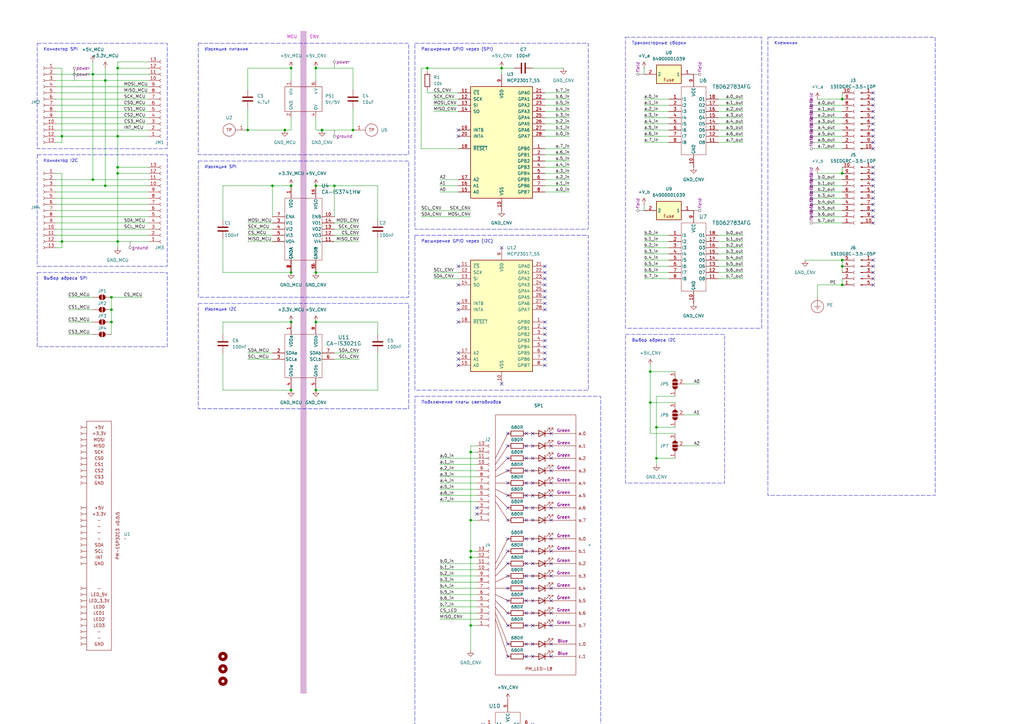
<source format=kicad_sch>
(kicad_sch (version 20250114) (generator "eeschema") (generator_version "9.0")
  (paper "A3")
  (title_block (title "${article} v${version}"))
  (rectangle (start 81.28 124.46) (end 167.64 167.64) (stroke (width 0) (type dash)))
  (rectangle (start 256.54 137.16) (end 297.18 198.12) (stroke (width 0) (type dash)))
  (rectangle (start 314.96 15.24) (end 383.54 203.2) (stroke (width 0) (type dash)))
  (rectangle (start 256.54 15.24) (end 312.42 134.62) (stroke (width 0) (type dash)))
  (rectangle (start 170.18 96.52) (end 241.3 160.02) (stroke (width 0) (type dash)))
  (rectangle (start 170.18 17.78) (end 241.3 93.98) (stroke (width 0) (type dash)))
  (rectangle (start 15.24 111.76) (end 68.58 142.24) (stroke (width 0) (type dash)))
  (rectangle (start 170.18 162.56) (end 246.38 317.5) (stroke (width 0) (type dash)))
  (rectangle (start 81.28 17.78) (end 167.64 63.5) (stroke (width 0) (type dash)))
  (rectangle (start 15.24 17.78) (end 68.58 60.96) (stroke (width 0) (type dash)))
  (rectangle (start 15.24 63.5) (end 68.58 109.22) (stroke (width 0) (type dash)))
  (rectangle (start 81.28 66.04) (end 167.64 121.92) (stroke (width 0) (type dash)))
  (rectangle (start 123.19 12.7) (end 125.73 284.48) (stroke (width -0.0001) (type dot) (color 72 0 0 0.68)) (fill (type color) (color 132 0 132 0.3)))
  (text "Изоляция SPI" (at 83.82 68.58 0) (effects (font (size 1.27 1.27)) (justify left)))
  (text "CNV" (at 127 15.24 0) (effects (font (size 1.27 1.27)) (justify left)))
  (text "Изоляция I2C" (at 83.82 127 0) (effects (font (size 1.27 1.27)) (justify left)))
  (text "Расширение GPIO через (I2C)" (at 172.72 99.06 0) (effects (font (size 1.27 1.27)) (justify left)))
  (text "Коннектор I2C" (at 17.78 66.04 0) (effects (font (size 1.27 1.27)) (justify left)))
  (text "Расширение GPIO через (SPI)" (at 172.72 20.32 0) (effects (font (size 1.27 1.27)) (justify left)))
  (text "MCU" (at 121.92 15.24 0) (effects (font (size 1.27 1.27)) (justify right)))
  (text "Коннектор SPI" (at 17.78 20.32 0) (effects (font (size 1.27 1.27)) (justify left)))
  (text "Выбор адреса I2C" (at 259.08 139.7 0) (effects (font (size 1.27 1.27)) (justify left)))
  (text "Транзисторные сборки" (at 259.08 17.78 0) (effects (font (size 1.27 1.27)) (justify left)))
  (text "Выбор адреса SPI" (at 17.78 114.3 0) (effects (font (size 1.27 1.27)) (justify left)))
  (text "Подключение платы светодиодов" (at 172.72 165.1 0) (effects (font (size 1.27 1.27)) (justify left)))
  (text "Клеммник" (at 317.5 17.78 0) (effects (font (size 1.27 1.27)) (justify left)))
  (text "Изоляция питания" (at 83.82 20.32 0) (effects (font (size 1.27 1.27)) (justify left)))
  (junction (at 137.16 76.2))
  (junction (at 129.54 27.94))
  (junction (at 345.44 109.22))
  (junction (at 193.04 226.06))
  (junction (at 25.4 55.88))
  (junction (at 345.44 106.68))
  (junction (at 345.44 71.12))
  (junction (at 43.18 33.02))
  (junction (at 48.26 55.88))
  (junction (at 45.72 132.08))
  (junction (at 129.54 160.02))
  (junction (at 205.74 27.94))
  (junction (at 48.26 68.58))
  (junction (at 48.26 27.94))
  (junction (at 111.76 76.2))
  (junction (at 345.44 40.64))
  (junction (at 119.38 160.02))
  (junction (at 193.04 228.6))
  (junction (at 43.18 76.2))
  (junction (at 266.7 165.1))
  (junction (at 193.04 185.42))
  (junction (at 193.04 256.54))
  (junction (at 119.38 132.08))
  (junction (at 38.1 73.66))
  (junction (at 144.78 53.34))
  (junction (at 269.24 187.96))
  (junction (at 119.38 76.2))
  (junction (at 45.72 127))
  (junction (at 119.38 27.94))
  (junction (at 119.38 111.76))
  (junction (at 129.54 132.08))
  (junction (at 101.6 53.34))
  (junction (at 129.54 76.2))
  (junction (at 269.24 175.26))
  (junction (at 25.4 99.06))
  (junction (at 48.26 71.12))
  (junction (at 193.04 213.36))
  (junction (at 45.72 121.92))
  (junction (at 116.84 53.34))
  (junction (at 266.7 152.4))
  (junction (at 175.26 27.94))
  (junction (at 38.1 30.48))
  (junction (at 345.44 116.84))
  (junction (at 132.08 53.34))
  (junction (at 129.54 111.76))
  (junction (at 48.26 99.06))
  (no_connect (at 226.06 231.14))
  (no_connect (at 218.44 241.3))
  (no_connect (at 208.28 198.12))
  (no_connect (at 358.14 58.42))
  (no_connect (at 215.9 187.96))
  (no_connect (at 358.14 71.12))
  (no_connect (at 208.28 251.46))
  (no_connect (at 218.44 236.22))
  (no_connect (at 215.9 182.88))
  (no_connect (at 226.06 193.04))
  (no_connect (at 208.28 264.16))
  (no_connect (at 223.52 134.62))
  (no_connect (at 215.9 203.2))
  (no_connect (at 218.44 297.18))
  (no_connect (at 223.52 124.46))
  (no_connect (at 223.52 149.86))
  (no_connect (at 223.52 127))
  (no_connect (at 205.74 157.48))
  (no_connect (at 187.96 109.22))
  (no_connect (at 223.52 119.38))
  (no_connect (at 215.9 246.38))
  (no_connect (at 218.44 193.04))
  (no_connect (at 208.28 236.22))
  (no_connect (at 223.52 121.92))
  (no_connect (at 226.06 177.8))
  (no_connect (at 358.14 91.44))
  (no_connect (at 215.9 198.12))
  (no_connect (at 226.06 241.3))
  (no_connect (at 358.14 48.26))
  (no_connect (at 205.74 101.6))
  (no_connect (at 358.14 86.36))
  (no_connect (at 208.28 208.28))
  (no_connect (at 187.96 144.78))
  (no_connect (at 195.58 210.82))
  (no_connect (at 208.28 231.14))
  (no_connect (at 195.58 208.28))
  (no_connect (at 208.28 213.36))
  (no_connect (at 223.52 116.84))
  (no_connect (at 187.96 149.86))
  (no_connect (at 226.06 208.28))
  (no_connect (at 218.44 246.38))
  (no_connect (at 208.28 246.38))
  (no_connect (at 358.14 68.58))
  (no_connect (at 358.14 45.72))
  (no_connect (at 358.14 109.22))
  (no_connect (at 218.44 208.28))
  (no_connect (at 358.14 76.2))
  (no_connect (at 208.28 203.2))
  (no_connect (at 223.52 132.08))
  (no_connect (at 223.52 139.7))
  (no_connect (at 218.44 231.14))
  (no_connect (at 358.14 88.9))
  (no_connect (at 218.44 198.12))
  (no_connect (at 215.9 256.54))
  (no_connect (at 226.06 220.98))
  (no_connect (at 358.14 73.66))
  (no_connect (at 358.14 81.28))
  (no_connect (at 187.96 127))
  (no_connect (at 226.06 236.22))
  (no_connect (at 215.9 241.3))
  (no_connect (at 218.44 251.46))
  (no_connect (at 358.14 53.34))
  (no_connect (at 226.06 251.46))
  (no_connect (at 223.52 109.22))
  (no_connect (at 218.44 269.24))
  (no_connect (at 187.96 147.32))
  (no_connect (at 226.06 198.12))
  (no_connect (at 198.12 297.18))
  (no_connect (at 187.96 124.46))
  (no_connect (at 223.52 144.78))
  (no_connect (at 358.14 40.64))
  (no_connect (at 215.9 226.06))
  (no_connect (at 358.14 60.96))
  (no_connect (at 215.9 236.22))
  (no_connect (at 218.44 182.88))
  (no_connect (at 358.14 43.18))
  (no_connect (at 218.44 177.8))
  (no_connect (at 218.44 213.36))
  (no_connect (at 226.06 213.36))
  (no_connect (at 208.28 220.98))
  (no_connect (at 218.44 187.96))
  (no_connect (at 226.06 203.2))
  (no_connect (at 215.9 193.04))
  (no_connect (at 208.28 269.24))
  (no_connect (at 187.96 132.08))
  (no_connect (at 358.14 114.3))
  (no_connect (at 223.52 137.16))
  (no_connect (at 208.28 226.06))
  (no_connect (at 208.28 187.96))
  (no_connect (at 226.06 269.24))
  (no_connect (at 187.96 53.34))
  (no_connect (at 187.96 55.88))
  (no_connect (at 223.52 114.3))
  (no_connect (at 215.9 251.46))
  (no_connect (at 358.14 78.74))
  (no_connect (at 215.9 269.24))
  (no_connect (at 208.28 241.3))
  (no_connect (at 218.44 264.16))
  (no_connect (at 226.06 256.54))
  (no_connect (at 226.06 226.06))
  (no_connect (at 218.44 203.2))
  (no_connect (at 358.14 83.82))
  (no_connect (at 223.52 147.32))
  (no_connect (at 215.9 177.8))
  (no_connect (at 358.14 106.68))
  (no_connect (at 358.14 38.1))
  (no_connect (at 358.14 50.8))
  (no_connect (at 208.28 256.54))
  (no_connect (at 358.14 55.88))
  (no_connect (at 215.9 264.16))
  (no_connect (at 226.06 246.38))
  (no_connect (at 215.9 213.36))
  (no_connect (at 218.44 226.06))
  (no_connect (at 226.06 264.16))
  (no_connect (at 218.44 220.98))
  (no_connect (at 208.28 182.88))
  (no_connect (at 218.44 256.54))
  (no_connect (at 223.52 111.76))
  (no_connect (at 208.28 177.8))
  (no_connect (at 215.9 220.98))
  (no_connect (at 223.52 142.24))
  (no_connect (at 358.14 116.84))
  (no_connect (at 226.06 182.88))
  (no_connect (at 215.9 231.14))
  (no_connect (at 226.06 187.96))
  (no_connect (at 215.9 208.28))
  (no_connect (at 358.14 111.76))
  (no_connect (at 208.28 193.04))
  (no_connect (at 187.96 116.84))
  (wire (pts (xy 195.58 185.42) (xy 193.04 185.42)))
  (wire (pts (xy 233.68 38.1) (xy 223.52 38.1)))
  (wire (pts (xy 22.86 58.42) (xy 25.4 58.42)))
  (wire (pts (xy 25.4 27.94) (xy 25.4 55.88)))
  (wire (pts (xy 177.8 114.3) (xy 187.96 114.3)))
  (wire (pts (xy 233.68 40.64) (xy 223.52 40.64)))
  (wire (pts (xy 304.8 109.22) (xy 294.64 109.22)))
  (wire (pts (xy 129.54 48.26) (xy 129.54 53.34)))
  (wire (pts (xy 335.28 86.36) (xy 345.44 86.36)))
  (wire (pts (xy 304.8 58.42) (xy 294.64 58.42)))
  (wire (pts (xy 195.58 236.22) (xy 180.34 236.22)))
  (wire (pts (xy 101.6 53.34) (xy 116.84 53.34)))
  (wire (pts (xy 101.6 96.52) (xy 111.76 96.52)))
  (wire (pts (xy 48.26 25.4) (xy 48.26 27.94)))
  (wire (pts (xy 195.58 246.38) (xy 180.34 246.38)))
  (wire (pts (xy 91.44 132.08) (xy 119.38 132.08)))
  (wire (pts (xy 233.68 48.26) (xy 223.52 48.26)))
  (wire (pts (xy 137.16 99.06) (xy 147.32 99.06)))
  (wire (pts (xy 195.58 248.92) (xy 180.34 248.92)))
  (wire (pts (xy 25.4 101.6) (xy 25.4 99.06)))
  (wire (pts (xy 154.94 144.78) (xy 154.94 160.02)))
  (wire (pts (xy 172.72 27.94) (xy 175.26 27.94)))
  (wire (pts (xy 22.86 101.6) (xy 25.4 101.6)))
  (wire (pts (xy 22.86 35.56) (xy 60.96 35.56)))
  (wire (pts (xy 345.44 106.68) (xy 345.44 109.22)))
  (wire (pts (xy 233.68 68.58) (xy 223.52 68.58)))
  (wire (pts (xy 22.86 27.94) (xy 25.4 27.94)))
  (wire (pts (xy 264.16 83.82) (xy 264.16 86.36)))
  (wire (pts (xy 91.44 111.76) (xy 119.38 111.76)))
  (wire (pts (xy 101.6 93.98) (xy 111.76 93.98)))
  (wire (pts (xy 111.76 76.2) (xy 111.76 88.9)))
  (wire (pts (xy 43.18 76.2) (xy 60.96 76.2)))
  (wire (pts (xy 154.94 160.02) (xy 129.54 160.02)))
  (wire (pts (xy 280.67 157.48) (xy 287.02 157.48)))
  (wire (pts (xy 25.4 55.88) (xy 48.26 55.88)))
  (wire (pts (xy 101.6 99.06) (xy 111.76 99.06)))
  (wire (pts (xy 137.16 93.98) (xy 147.32 93.98)))
  (wire (pts (xy 233.68 73.66) (xy 223.52 73.66)))
  (wire (pts (xy 330.2 106.68) (xy 345.44 106.68)))
  (wire (pts (xy 175.26 27.94) (xy 175.26 29.21)))
  (wire (pts (xy 119.38 76.2) (xy 111.76 76.2)))
  (wire (pts (xy 129.54 27.94) (xy 129.54 33.02)))
  (wire (pts (xy 144.78 53.34) (xy 132.08 53.34)))
  (wire (pts (xy 264.16 109.22) (xy 274.32 109.22)))
  (wire (pts (xy 280.67 170.18) (xy 287.02 170.18)))
  (wire (pts (xy 144.78 36.83) (xy 144.78 27.94)))
  (wire (pts (xy 119.38 27.94) (xy 119.38 33.02)))
  (wire (pts (xy 180.34 254) (xy 195.58 254)))
  (wire (pts (xy 101.6 91.44) (xy 111.76 91.44)))
  (wire (pts (xy 195.58 233.68) (xy 180.34 233.68)))
  (wire (pts (xy 22.86 30.48) (xy 38.1 30.48)))
  (wire (pts (xy 335.28 78.74) (xy 345.44 78.74)))
  (wire (pts (xy 264.16 96.52) (xy 274.32 96.52)))
  (wire (pts (xy 22.86 76.2) (xy 43.18 76.2)))
  (wire (pts (xy 233.68 53.34) (xy 223.52 53.34)))
  (wire (pts (xy 144.78 44.45) (xy 144.78 53.34)))
  (wire (pts (xy 48.26 27.94) (xy 60.96 27.94)))
  (wire (pts (xy 172.72 88.9) (xy 193.04 88.9)))
  (wire (pts (xy 175.26 38.1) (xy 187.96 38.1)))
  (wire (pts (xy 48.26 71.12) (xy 48.26 99.06)))
  (wire (pts (xy 193.04 182.88) (xy 195.58 182.88)))
  (wire (pts (xy 195.58 238.76) (xy 180.34 238.76)))
  (wire (pts (xy 22.86 50.8) (xy 60.96 50.8)))
  (wire (pts (xy 264.16 58.42) (xy 274.32 58.42)))
  (wire (pts (xy 195.58 243.84) (xy 180.34 243.84)))
  (wire (pts (xy 205.74 27.94) (xy 210.82 27.94)))
  (wire (pts (xy 119.38 48.26) (xy 119.38 53.34)))
  (wire (pts (xy 180.34 73.66) (xy 187.96 73.66)))
  (wire (pts (xy 304.8 43.18) (xy 294.64 43.18)))
  (wire (pts (xy 38.1 30.48) (xy 38.1 73.66)))
  (wire (pts (xy 43.18 33.02) (xy 43.18 76.2)))
  (wire (pts (xy 233.68 60.96) (xy 223.52 60.96)))
  (wire (pts (xy 304.8 114.3) (xy 294.64 114.3)))
  (wire (pts (xy 187.96 45.72) (xy 177.8 45.72)))
  (wire (pts (xy 175.26 27.94) (xy 205.74 27.94)))
  (wire (pts (xy 304.8 99.06) (xy 294.64 99.06)))
  (wire (pts (xy 266.7 152.4) (xy 276.86 152.4)))
  (wire (pts (xy 269.24 175.26) (xy 269.24 187.96)))
  (wire (pts (xy 137.16 147.32) (xy 147.32 147.32)))
  (wire (pts (xy 60.96 68.58) (xy 48.26 68.58)))
  (wire (pts (xy 264.16 111.76) (xy 274.32 111.76)))
  (wire (pts (xy 25.4 99.06) (xy 48.26 99.06)))
  (wire (pts (xy 180.34 78.74) (xy 187.96 78.74)))
  (wire (pts (xy 129.54 53.34) (xy 132.08 53.34)))
  (wire (pts (xy 187.96 60.96) (xy 172.72 60.96)))
  (wire (pts (xy 22.86 91.44) (xy 60.96 91.44)))
  (wire (pts (xy 45.72 121.92) (xy 58.42 121.92)))
  (wire (pts (xy 38.1 30.48) (xy 60.96 30.48)))
  (wire (pts (xy 233.68 55.88) (xy 223.52 55.88)))
  (wire (pts (xy 335.28 83.82) (xy 345.44 83.82)))
  (wire (pts (xy 91.44 97.79) (xy 91.44 111.76)))
  (wire (pts (xy 345.44 68.58) (xy 345.44 71.12)))
  (wire (pts (xy 276.86 175.26) (xy 269.24 175.26)))
  (wire (pts (xy 48.26 68.58) (xy 48.26 71.12)))
  (wire (pts (xy 304.8 111.76) (xy 294.64 111.76)))
  (wire (pts (xy 27.94 121.92) (xy 38.1 121.92)))
  (wire (pts (xy 101.6 36.83) (xy 101.6 27.94)))
  (wire (pts (xy 335.28 58.42) (xy 345.44 58.42)))
  (wire (pts (xy 193.04 182.88) (xy 193.04 185.42)))
  (wire (pts (xy 25.4 71.12) (xy 25.4 99.06)))
  (wire (pts (xy 304.8 55.88) (xy 294.64 55.88)))
  (wire (pts (xy 335.28 55.88) (xy 345.44 55.88)))
  (wire (pts (xy 91.44 76.2) (xy 111.76 76.2)))
  (wire (pts (xy 177.8 111.76) (xy 187.96 111.76)))
  (wire (pts (xy 233.68 43.18) (xy 223.52 43.18)))
  (wire (pts (xy 116.84 53.34) (xy 119.38 53.34)))
  (wire (pts (xy 304.8 96.52) (xy 294.64 96.52)))
  (wire (pts (xy 264.16 45.72) (xy 274.32 45.72)))
  (wire (pts (xy 137.16 91.44) (xy 147.32 91.44)))
  (wire (pts (xy 233.68 45.72) (xy 223.52 45.72)))
  (wire (pts (xy 276.86 177.8) (xy 266.7 177.8)))
  (wire (pts (xy 345.44 116.84) (xy 335.28 116.84)))
  (wire (pts (xy 22.86 73.66) (xy 38.1 73.66)))
  (wire (pts (xy 264.16 43.18) (xy 274.32 43.18)))
  (wire (pts (xy 304.8 53.34) (xy 294.64 53.34)))
  (wire (pts (xy 154.94 111.76) (xy 129.54 111.76)))
  (wire (pts (xy 266.7 177.8) (xy 266.7 165.1)))
  (wire (pts (xy 269.24 187.96) (xy 269.24 190.5)))
  (wire (pts (xy 335.28 71.12) (xy 345.44 71.12)))
  (wire (pts (xy 264.16 48.26) (xy 274.32 48.26)))
  (wire (pts (xy 91.44 160.02) (xy 119.38 160.02)))
  (wire (pts (xy 276.86 187.96) (xy 269.24 187.96)))
  (wire (pts (xy 335.28 73.66) (xy 345.44 73.66)))
  (wire (pts (xy 233.68 66.04) (xy 223.52 66.04)))
  (wire (pts (xy 91.44 144.78) (xy 91.44 160.02)))
  (wire (pts (xy 38.1 25.4) (xy 38.1 30.48)))
  (wire (pts (xy 304.8 101.6) (xy 294.64 101.6)))
  (wire (pts (xy 129.54 27.94) (xy 144.78 27.94)))
  (wire (pts (xy 335.28 45.72) (xy 345.44 45.72)))
  (wire (pts (xy 195.58 226.06) (xy 193.04 226.06)))
  (wire (pts (xy 266.7 165.1) (xy 266.7 152.4)))
  (wire (pts (xy 48.26 99.06) (xy 48.26 101.6)))
  (wire (pts (xy 22.86 45.72) (xy 60.96 45.72)))
  (wire (pts (xy 195.58 256.54) (xy 193.04 256.54)))
  (wire (pts (xy 335.28 76.2) (xy 345.44 76.2)))
  (wire (pts (xy 233.68 78.74) (xy 223.52 78.74)))
  (wire (pts (xy 304.8 106.68) (xy 294.64 106.68)))
  (wire (pts (xy 60.96 25.4) (xy 48.26 25.4)))
  (wire (pts (xy 22.86 81.28) (xy 60.96 81.28)))
  (wire (pts (xy 154.94 97.79) (xy 154.94 111.76)))
  (wire (pts (xy 345.44 38.1) (xy 345.44 40.64)))
  (wire (pts (xy 345.44 109.22) (xy 345.44 111.76)))
  (wire (pts (xy 345.44 114.3) (xy 345.44 116.84)))
  (wire (pts (xy 22.86 48.26) (xy 60.96 48.26)))
  (wire (pts (xy 48.26 55.88) (xy 60.96 55.88)))
  (wire (pts (xy 195.58 203.2) (xy 180.34 203.2)))
  (wire (pts (xy 276.86 165.1) (xy 266.7 165.1)))
  (wire (pts (xy 22.86 99.06) (xy 25.4 99.06)))
  (wire (pts (xy 48.26 99.06) (xy 60.96 99.06)))
  (wire (pts (xy 137.16 76.2) (xy 129.54 76.2)))
  (wire (pts (xy 304.8 40.64) (xy 294.64 40.64)))
  (wire (pts (xy 264.16 27.94) (xy 264.16 30.48)))
  (wire (pts (xy 193.04 185.42) (xy 193.04 213.36)))
  (wire (pts (xy 43.18 27.94) (xy 43.18 33.02)))
  (wire (pts (xy 195.58 195.58) (xy 180.34 195.58)))
  (wire (pts (xy 198.12 299.72) (xy 187.96 299.72)))
  (wire (pts (xy 195.58 205.74) (xy 180.34 205.74)))
  (wire (pts (xy 195.58 200.66) (xy 180.34 200.66)))
  (wire (pts (xy 304.8 45.72) (xy 294.64 45.72)))
  (wire (pts (xy 280.67 182.88) (xy 287.02 182.88)))
  (wire (pts (xy 175.26 36.83) (xy 175.26 38.1)))
  (wire (pts (xy 25.4 58.42) (xy 25.4 55.88)))
  (wire (pts (xy 195.58 213.36) (xy 193.04 213.36)))
  (wire (pts (xy 137.16 88.9) (xy 137.16 76.2)))
  (wire (pts (xy 22.86 78.74) (xy 60.96 78.74)))
  (wire (pts (xy 193.04 213.36) (xy 193.04 226.06)))
  (wire (pts (xy 45.72 132.08) (xy 45.72 137.16)))
  (wire (pts (xy 172.72 60.96) (xy 172.72 27.94)))
  (wire (pts (xy 264.16 99.06) (xy 274.32 99.06)))
  (wire (pts (xy 27.94 127) (xy 38.1 127)))
  (wire (pts (xy 195.58 193.04) (xy 180.34 193.04)))
  (wire (pts (xy 233.68 63.5) (xy 223.52 63.5)))
  (wire (pts (xy 195.58 241.3) (xy 180.34 241.3)))
  (wire (pts (xy 154.94 137.16) (xy 154.94 132.08)))
  (wire (pts (xy 264.16 40.64) (xy 274.32 40.64)))
  (wire (pts (xy 264.16 101.6) (xy 274.32 101.6)))
  (wire (pts (xy 22.86 33.02) (xy 43.18 33.02)))
  (wire (pts (xy 304.8 50.8) (xy 294.64 50.8)))
  (wire (pts (xy 335.28 43.18) (xy 345.44 43.18)))
  (wire (pts (xy 22.86 53.34) (xy 60.96 53.34)))
  (wire (pts (xy 304.8 48.26) (xy 294.64 48.26)))
  (wire (pts (xy 27.94 137.16) (xy 38.1 137.16)))
  (wire (pts (xy 195.58 198.12) (xy 180.34 198.12)))
  (wire (pts (xy 22.86 88.9) (xy 60.96 88.9)))
  (wire (pts (xy 233.68 50.8) (xy 223.52 50.8)))
  (wire (pts (xy 137.16 144.78) (xy 147.32 144.78)))
  (wire (pts (xy 22.86 38.1) (xy 60.96 38.1)))
  (wire (pts (xy 195.58 228.6) (xy 193.04 228.6)))
  (wire (pts (xy 22.86 40.64) (xy 60.96 40.64)))
  (wire (pts (xy 101.6 144.78) (xy 111.76 144.78)))
  (wire (pts (xy 172.72 86.36) (xy 193.04 86.36)))
  (wire (pts (xy 264.16 53.34) (xy 274.32 53.34)))
  (wire (pts (xy 22.86 83.82) (xy 60.96 83.82)))
  (wire (pts (xy 101.6 147.32) (xy 111.76 147.32)))
  (wire (pts (xy 91.44 137.16) (xy 91.44 132.08)))
  (wire (pts (xy 22.86 86.36) (xy 60.96 86.36)))
  (wire (pts (xy 264.16 106.68) (xy 274.32 106.68)))
  (wire (pts (xy 264.16 55.88) (xy 274.32 55.88)))
  (wire (pts (xy 335.28 91.44) (xy 345.44 91.44)))
  (wire (pts (xy 27.94 132.08) (xy 38.1 132.08)))
  (wire (pts (xy 154.94 90.17) (xy 154.94 76.2)))
  (wire (pts (xy 264.16 104.14) (xy 274.32 104.14)))
  (wire (pts (xy 22.86 71.12) (xy 25.4 71.12)))
  (wire (pts (xy 264.16 114.3) (xy 274.32 114.3)))
  (wire (pts (xy 45.72 127) (xy 45.72 132.08)))
  (wire (pts (xy 22.86 43.18) (xy 60.96 43.18)))
  (wire (pts (xy 335.28 53.34) (xy 345.44 53.34)))
  (wire (pts (xy 43.18 33.02) (xy 60.96 33.02)))
  (wire (pts (xy 335.28 88.9) (xy 345.44 88.9)))
  (wire (pts (xy 91.44 90.17) (xy 91.44 76.2)))
  (wire (pts (xy 335.28 50.8) (xy 345.44 50.8)))
  (wire (pts (xy 193.04 256.54) (xy 193.04 266.7)))
  (wire (pts (xy 22.86 93.98) (xy 60.96 93.98)))
  (wire (pts (xy 187.96 40.64) (xy 177.8 40.64)))
  (wire (pts (xy 48.26 71.12) (xy 60.96 71.12)))
  (wire (pts (xy 193.04 226.06) (xy 193.04 228.6)))
  (wire (pts (xy 264.16 50.8) (xy 274.32 50.8)))
  (wire (pts (xy 231.14 27.94) (xy 218.44 27.94)))
  (wire (pts (xy 195.58 187.96) (xy 180.34 187.96)))
  (wire (pts (xy 48.26 27.94) (xy 48.26 55.88)))
  (wire (pts (xy 205.74 27.94) (xy 205.74 30.48)))
  (wire (pts (xy 154.94 76.2) (xy 137.16 76.2)))
  (wire (pts (xy 180.34 251.46) (xy 195.58 251.46)))
  (wire (pts (xy 335.28 81.28) (xy 345.44 81.28)))
  (wire (pts (xy 45.72 121.92) (xy 45.72 127)))
  (wire (pts (xy 269.24 162.56) (xy 269.24 175.26)))
  (wire (pts (xy 193.04 228.6) (xy 193.04 256.54)))
  (wire (pts (xy 304.8 104.14) (xy 294.64 104.14)))
  (wire (pts (xy 335.28 60.96) (xy 345.44 60.96)))
  (wire (pts (xy 195.58 231.14) (xy 180.34 231.14)))
  (wire (pts (xy 195.58 190.5) (xy 180.34 190.5)))
  (wire (pts (xy 101.6 27.94) (xy 119.38 27.94)))
  (wire (pts (xy 233.68 76.2) (xy 223.52 76.2)))
  (wire (pts (xy 101.6 44.45) (xy 101.6 53.34)))
  (wire (pts (xy 266.7 149.86) (xy 266.7 152.4)))
  (wire (pts (xy 218.44 299.72) (xy 228.6 299.72)))
  (wire (pts (xy 335.28 40.64) (xy 345.44 40.64)))
  (wire (pts (xy 129.54 132.08) (xy 154.94 132.08)))
  (wire (pts (xy 38.1 73.66) (xy 60.96 73.66)))
  (wire (pts (xy 137.16 96.52) (xy 147.32 96.52)))
  (wire (pts (xy 22.86 55.88) (xy 25.4 55.88)))
  (wire (pts (xy 48.26 55.88) (xy 48.26 68.58)))
  (wire (pts (xy 180.34 76.2) (xy 187.96 76.2)))
  (wire (pts (xy 233.68 71.12) (xy 223.52 71.12)))
  (wire (pts (xy 335.28 48.26) (xy 345.44 48.26)))
  (wire (pts (xy 22.86 96.52) (xy 60.96 96.52)))
  (wire (pts (xy 276.86 162.56) (xy 269.24 162.56)))
  (wire (pts (xy 187.96 43.18) (xy 177.8 43.18)))
  (wire (pts (xy 335.28 116.84) (xy 335.28 121.92)))
  (label "CS_LED" (at 228.6 299.72 180))
  (label "CS2_MCU" (at 27.94 132.08 0))
  (label "b.6_out" (at 335.28 88.9 0))
  (label "a.0_out" (at 304.8 40.64 180))
  (label "SDA_CNV" (at 147.32 144.78 180))
  (label "b.6_out" (at 304.8 111.76 180))
  (label "b.4_out" (at 335.28 83.82 0))
  (label "MISO_CNV" (at 180.34 254 0))
  (label "a.5_out" (at 304.8 53.34 180))
  (label "MOSI_CNV" (at 147.32 91.44 180))
  (label "a.7_out" (at 304.8 58.42 180))
  (label "SDA_CNV" (at 172.72 88.9 0))
  (label "b.0_in" (at 264.16 96.52 0))
  (label "MISO_CNV" (at 147.32 99.06 180))
  (label "a.1_in" (at 180.34 190.5 0))
  (label "b.4_in" (at 264.16 106.68 0))
  (label "MOSI_CNV" (at 193.04 88.9 180))
  (label "b.1_in" (at 264.16 99.06 0))
  (label "SCL_MCU" (at 101.6 147.32 0))
  (label "SCK_MCU" (at 50.8 40.64 0))
  (label "a.4_in" (at 233.68 68.58 180))
  (label "CS_CNV" (at 187.96 299.72 0))
  (label "b.6_in" (at 233.68 40.64 180))
  (label "a.4_in" (at 264.16 50.8 0))
  (label "b.3_out" (at 304.8 104.14 180))
  (label "A1" (at 180.34 76.2 0))
  (label "a.7_in" (at 264.16 58.42 0))
  (label "a.2_out" (at 335.28 48.26 0))
  (label "a.6_out" (at 335.28 58.42 0))
  (label "a.7_in" (at 233.68 60.96 180))
  (label "a.4_out" (at 304.8 50.8 180))
  (label "b.6_in" (at 180.34 246.38 0))
  (label "b.3_in" (at 180.34 238.76 0))
  (label "b.7_out" (at 304.8 114.3 180))
  (label "MISO_MCU" (at 50.8 38.1 0))
  (label "a.3_in" (at 264.16 48.26 0))
  (label "MOSI_MCU" (at 101.6 91.44 0))
  (label "b.0_out" (at 335.28 73.66 0))
  (label "a.5_out" (at 335.28 55.88 0))
  (label "b.4_in" (at 233.68 45.72 180))
  (label "a.0_in" (at 233.68 78.74 180))
  (label "b.4_out" (at 304.8 106.68 180))
  (label "SCL_MCU" (at 50.8 93.98 0))
  (label "PE" (at 340.36 116.84 0))
  (label "b.4_in" (at 180.34 241.3 0))
  (label "b.3_in" (at 233.68 48.26 180))
  (label "a.2_in" (at 233.68 73.66 180))
  (label "b.2_out" (at 335.28 78.74 0))
  (label "SCK_CNV" (at 147.32 93.98 180))
  (label "A1" (at 287.02 170.18 180))
  (label "b.0_in" (at 233.68 55.88 180))
  (label "a.0_out" (at 335.28 43.18 0))
  (label "b.1_in" (at 233.68 53.34 180))
  (label "MOSI_MCU" (at 50.8 35.56 0))
  (label "a.6_in" (at 264.16 55.88 0))
  (label "CS3_MCU" (at 27.94 137.16 0))
  (label "a.2_in" (at 180.34 193.04 0))
  (label "a.3_in" (at 180.34 195.58 0))
  (label "a.1_in" (at 264.16 43.18 0))
  (label "a.6_in" (at 180.34 203.2 0))
  (label "a.2_out" (at 304.8 45.72 180))
  (label "CS_MCU" (at 101.6 96.52 0))
  (label "a.5_in" (at 264.16 53.34 0))
  (label "b.0_in" (at 180.34 231.14 0))
  (label "a.3_out" (at 304.8 48.26 180))
  (label "CS0_MCU" (at 27.94 121.92 0))
  (label "a.5_in" (at 180.34 200.66 0))
  (label "a.0_in" (at 264.16 40.64 0))
  (label "CS1_MCU" (at 50.8 45.72 0))
  (label "MOSI_CNV" (at 177.8 43.18 0))
  (label "b.5_out" (at 304.8 109.22 180))
  (label "CS1_MCU" (at 27.94 127 0))
  (label "b.7_in" (at 264.16 114.3 0))
  (label "b.1_out" (at 335.28 76.2 0))
  (label "b.5_in" (at 264.16 109.22 0))
  (label "b.5_in" (at 180.34 243.84 0))
  (label "b.1_in" (at 180.34 233.68 0))
  (label "a.1_out" (at 304.8 43.18 180))
  (label "SDA_MCU" (at 50.8 91.44 0))
  (label "a.1_in" (at 233.68 76.2 180))
  (label "b.7_out" (at 335.28 91.44 0))
  (label "CS_MCU" (at 58.42 121.92 180))
  (label "a.7_out" (at 335.28 60.96 0))
  (label "a.6_out" (at 304.8 55.88 180))
  (label "MISO_MCU" (at 101.6 99.06 0))
  (label "A0" (at 287.02 157.48 180))
  (label "a.3_in" (at 233.68 71.12 180))
  (label "a.1_out" (at 335.28 45.72 0))
  (label "A2" (at 287.02 182.88 180))
  (label "b.1_out" (at 304.8 99.06 180))
  (label "b.3_in" (at 264.16 104.14 0))
  (label "b.5_in" (at 233.68 43.18 180))
  (label "INT_MCU" (at 50.8 53.34 0))
  (label "SDA_MCU" (at 101.6 144.78 0))
  (label "b.7_in" (at 233.68 38.1 180))
  (label "CS_CNV" (at 177.8 38.1 0))
  (label "b.6_in" (at 264.16 111.76 0))
  (label "b.2_in" (at 180.34 236.22 0))
  (label "A0" (at 180.34 78.74 0))
  (label "b.2_out" (at 304.8 101.6 180))
  (label "SCL_CNV" (at 172.72 86.36 0))
  (label "A2" (at 180.34 73.66 0))
  (label "CS0_MCU" (at 50.8 43.18 0))
  (label "SCK_MCU" (at 101.6 93.98 0))
  (label "CS_CNV" (at 147.32 96.52 180))
  (label "a.2_in" (at 264.16 45.72 0))
  (label "SDA_CNV" (at 177.8 114.3 0))
  (label "CS_LED" (at 180.34 251.46 0))
  (label "CS2_MCU" (at 50.8 48.26 0))
  (label "SCK_CNV" (at 193.04 86.36 180))
  (label "a.7_in" (at 180.34 205.74 0))
  (label "a.0_in" (at 180.34 187.96 0))
  (label "a.3_out" (at 335.28 50.8 0))
  (label "b.0_out" (at 304.8 96.52 180))
  (label "a.4_in" (at 180.34 198.12 0))
  (label "SCK_CNV" (at 177.8 40.64 0))
  (label "b.5_out" (at 335.28 86.36 0))
  (label "SCL_CNV" (at 147.32 147.32 180))
  (label "a.5_in" (at 233.68 66.04 180))
  (label "b.2_in" (at 264.16 101.6 0))
  (label "SCL_CNV" (at 177.8 111.76 0))
  (label "CS3_MCU" (at 50.8 50.8 0))
  (label "b.2_in" (at 233.68 50.8 180))
  (label "a.6_in" (at 233.68 63.5 180))
  (label "b.7_in" (at 180.34 248.92 0))
  (label "a.4_out" (at 335.28 53.34 0))
  (label "MISO_CNV" (at 177.8 45.72 0))
  (label "b.3_out" (at 335.28 81.28 0))
  (netclass_flag "" (length 2.54) (shape round) (at 264.16 30.48 90) (property "Netclass" "field" (at 261.62 29.7815 90) (effects (font (italic yes)) (justify left))))
  (netclass_flag "" (length 2.54) (shape round) (at 335.28 45.72 90) (property "Netclass" "field" (at 332.74 45.0215 90) (effects (font (italic yes)) (justify left))))
  (netclass_flag "" (length 2.54) (shape round) (at 284.48 30.48 270) (property "Netclass" "field" (at 287.02 29.7815 90) (effects (font (italic yes)) (justify left))))
  (netclass_flag "" (length 2.54) (shape round) (at 335.28 43.18 90) (property "Netclass" "field" (at 332.74 42.4815 90) (effects (font (italic yes)) (justify left))))
  (netclass_flag "" (length 2.54) (shape round) (at 335.28 91.44 90) (property "Netclass" "field" (at 332.74 90.7415 90) (effects (font (italic yes)) (justify left))))
  (netclass_flag "" (length 2.54) (shape round) (at 335.28 73.66 90) (property "Netclass" "field" (at 332.74 72.9615 90) (effects (font (italic yes)) (justify left))))
  (netclass_flag "" (length 2.54) (shape round) (at 53.34 99.06 180) (property "Netclass" "ground" (at 54.0385 101.6 0) (effects (font (italic yes)) (justify left))))
  (netclass_flag "" (length 2.54) (shape round) (at 335.28 60.96 90) (property "Netclass" "field" (at 332.74 60.2615 90) (effects (font (italic yes)) (justify left))))
  (netclass_flag "" (length 2.54) (shape round) (at 335.28 83.82 90) (property "Netclass" "field" (at 332.74 83.1215 90) (effects (font (italic yes)) (justify left))))
  (netclass_flag "" (length 2.54) (shape round) (at 137.16 53.34 180) (property "Netclass" "ground" (at 137.8585 55.88 0) (effects (font (italic yes)) (justify left))))
  (netclass_flag "" (length 2.54) (shape round) (at 335.28 48.26 90) (property "Netclass" "field" (at 332.74 47.5615 90) (effects (font (italic yes)) (justify left))))
  (netclass_flag "" (length 2.54) (shape round) (at 335.28 81.28 90) (property "Netclass" "field" (at 332.74 80.5815 90) (effects (font (italic yes)) (justify left))))
  (netclass_flag "" (length 2.54) (shape round) (at 264.16 86.36 90) (property "Netclass" "field" (at 261.62 85.6615 90) (effects (font (italic yes)) (justify left))))
  (netclass_flag "" (length 2.54) (shape round) (at 335.28 88.9 90) (property "Netclass" "field" (at 332.74 88.2015 90) (effects (font (italic yes)) (justify left))))
  (netclass_flag "" (length 2.54) (shape round) (at 335.28 86.36 90) (property "Netclass" "field" (at 332.74 85.6615 90) (effects (font (italic yes)) (justify left))))
  (netclass_flag "" (length 2.54) (shape round) (at 335.28 76.2 90) (property "Netclass" "field" (at 332.74 75.5015 90) (effects (font (italic yes)) (justify left))))
  (netclass_flag "" (length 2.54) (shape round) (at 335.28 78.74 90) (property "Netclass" "field" (at 332.74 78.0415 90) (effects (font (italic yes)) (justify left))))
  (netclass_flag "" (length 2.54) (shape round) (at 30.48 30.48 0) (property "Netclass" "power" (at 31.1785 27.94 0) (effects (font (italic yes)) (justify left))))
  (netclass_flag "" (length 2.54) (shape round) (at 284.48 86.36 270) (property "Netclass" "field" (at 287.02 85.6615 90) (effects (font (italic yes)) (justify left))))
  (netclass_flag "" (length 2.54) (shape round) (at 335.28 53.34 90) (property "Netclass" "field" (at 332.74 52.6415 90) (effects (font (italic yes)) (justify left))))
  (netclass_flag "" (length 2.54) (shape round) (at 335.28 58.42 90) (property "Netclass" "field" (at 332.74 57.7215 90) (effects (font (italic yes)) (justify left))))
  (netclass_flag "" (length 2.54) (shape round) (at 30.48 33.02 0) (property "Netclass" "power" (at 31.1785 30.48 0) (effects (font (italic yes)) (justify left))))
  (netclass_flag "" (length 2.54) (shape round) (at 137.16 27.94 0) (property "Netclass" "power" (at 137.8585 25.4 0) (effects (font (italic yes)) (justify left))))
  (netclass_flag "" (length 2.54) (shape round) (at 335.28 50.8 90) (property "Netclass" "field" (at 332.74 50.1015 90) (effects (font (italic yes)) (justify left))))
  (netclass_flag "" (length 2.54) (shape round) (at 335.28 55.88 90) (property "Netclass" "field" (at 332.74 55.1815 90) (effects (font (italic yes)) (justify left))))
  (symbol (lib_id "power:GND") (at 193.04 266.7 0) (unit 1)
    (property "Reference" "#PWR020" (effects (hide yes)))
    (property "Value" "GND_CNV" (at 193.04 271.78 0))
    (property "Description" "Power symbol creates a global label with name \"GND\" , ground" (effects (hide yes)))
  )
  (symbol (lib_id "kicad_inventree_lib:R_680R_0603_1%") (at 212.09 226.06 90) (unit 1) (on_board no)
    (property "Reference" "R11" (effects (hide yes)))
    (property "Value" "680R" (at 212.09 223.52 90))
    (property "Footprint" "Resistor_SMD:R_0603_1608Metric" (effects (hide yes)))
    (property "Datasheet" "http://inventree.network/part/281/" (effects (hide yes)))
    (property "Description" "Resistor" (effects (hide yes)))
    (property "part_ipn" "R_680R_0603_1%" (effects (hide yes)))
  )
  (symbol (lib_id "power:+3.3V") (at 119.38 76.2 0) (unit 1)
    (property "Reference" "#PWR09" (effects (hide yes)))
    (property "Value" "+3.3V_MCU" (at 119.38 71.12 0))
    (property "Description" "Power symbol creates a global label with name \"+3.3V\"" (effects (hide yes)))
  )
  (symbol (lib_id "kicad_inventree_lib:AFA07-S12FCC-00") (at 66.04 88.9 0) (mirror x) (unit 1)
    (property "Reference" "JM3" (at 63.5 101.6 0) (effects (justify left)))
    (property "Value" "AFA07-S12FCC-00" (effects (hide yes)))
    (property "Footprint" "kicad_inventree_lib:CONN10_AFA07-S12_JUS" (effects (hide yes)))
    (property "Description" "Generic connector, single row, 01x10, script generated" (effects (hide yes)))
    (property "part_ipn" "AFA07-S12FCC-00" (effects (hide yes)))
  )
  (symbol (lib_id "kicad_inventree_lib:C_100nF_16V_0603_MLCC-X7R") (at 91.44 93.98 0) (unit 1)
    (property "Reference" "C1" (at 92.075 91.44 0) (effects (justify left)))
    (property "Value" "100nF" (at 92.075 96.52 0) (effects (justify left)))
    (property "Footprint" "Capacitor_SMD:C_0603_1608Metric" (effects (hide yes)))
    (property "Datasheet" "http://inventree.network/part/221" (effects (hide yes)))
    (property "Description" "Unpolarized capacitor" (effects (hide yes)))
    (property "part_ipn" "C_100nF_16V_0603_MLCC-X7R" (effects (hide yes)))
  )
  (symbol (lib_id "power:GND") (at 269.24 190.5 0) (unit 1)
    (property "Reference" "#PWR037" (effects (hide yes)))
    (property "Value" "GND_CNV" (at 269.24 195.58 0))
    (property "Description" "Power symbol creates a global label with name \"GND\" , ground" (effects (hide yes)))
  )
  (symbol (lib_id "power:GND") (at 330.2 106.68 0) (mirror y) (unit 1)
    (property "Reference" "#PWR022" (effects (hide yes)))
    (property "Value" "GND_CNV" (at 330.2 111.76 0))
    (property "Description" "Power symbol creates a global label with name \"GND\" , ground" (effects (hide yes)))
  )
  (symbol (lib_id "kicad_inventree_lib:R_680R_0603_1%") (at 212.09 241.3 90) (unit 1) (on_board no)
    (property "Reference" "R14" (effects (hide yes)))
    (property "Value" "680R" (at 212.09 238.76 90))
    (property "Footprint" "Resistor_SMD:R_0603_1608Metric" (effects (hide yes)))
    (property "Datasheet" "http://inventree.network/part/281/" (effects (hide yes)))
    (property "Description" "Resistor" (effects (hide yes)))
    (property "part_ipn" "R_680R_0603_1%" (effects (hide yes)))
  )
  (symbol (lib_id "kicad_inventree_lib:15EDGK-3.5-10P") (at 353.06 48.26 0) (unit 1) (on_board no)
    (property "Reference" "J8" (effects (hide yes)))
    (property "Value" "15EDGK-3.5-10P" (effects (hide yes)))
    (property "Datasheet" "http://inventree.network/part/248/" (effects (hide yes)))
    (property "Description" "Generic connector, single row, 01x10, script generated" (effects (hide yes)))
    (property "part_ipn" "15EDGK-3.5-10P" (effects (hide yes)))
  )
  (symbol (lib_id "power:+5V") (at 266.7 149.86 0) (unit 1)
    (property "Reference" "#PWR036" (effects (hide yes)))
    (property "Value" "+5V_CNV" (at 266.7 144.78 0))
    (property "Description" "Power symbol creates a global label with name \"+5V\"" (effects (hide yes)))
  )
  (symbol (lib_id "power:GND") (at 119.38 160.02 0) (unit 1)
    (property "Reference" "#PWR030" (effects (hide yes)))
    (property "Value" "GND_MCU" (at 119.38 165.1 0))
    (property "Description" "Power symbol creates a global label with name \"GND\" , ground" (effects (hide yes)))
  )
  (symbol (lib_id "kicad_inventree_lib:SN74LVC2G14DBVR") (at 208.28 292.1 0) (unit 1)
    (property "Reference" "U10" (at 205.2635 289.56 0) (effects (font (size 1.524 1.524)) (justify right)))
    (property "Value" "SN74LVC2G14DBVR" (effects (hide yes)))
    (property "Footprint" "kicad_inventree_lib:DBV6-M" (effects (hide yes)))
    (property "Datasheet" "http://inventree.network/part/216/" (effects (hide yes)))
    (property "part_ipn" "SN74LVC2G14DBVR" (effects (hide yes)))
  )
  (symbol (lib_id "power:GND") (at 132.08 53.34 0) (unit 1)
    (property "Reference" "#PWR014" (effects (hide yes)))
    (property "Value" "GND_CNV" (at 132.08 58.42 0))
    (property "Description" "Power symbol creates a global label with name \"GND\" , ground" (effects (hide yes)))
  )
  (symbol (lib_id "power:+5V") (at 129.54 132.08 0) (unit 1)
    (property "Reference" "#PWR029" (effects (hide yes)))
    (property "Value" "+5V_CNV" (at 129.54 127 0))
    (property "Description" "Power symbol creates a global label with name \"+5V\"" (effects (hide yes)))
  )
  (symbol (lib_id "kicad_inventree_lib:XL-1606SYGC") (at 222.25 208.28 180) (unit 1) (on_board no)
    (property "Reference" "D7" (effects (hide yes)))
    (property "Value" "XL-1606SYGC" (effects (hide yes)))
    (property "Footprint" "kicad_inventree_lib:XL-1606" (effects (hide yes)))
    (property "Datasheet" "http://inventree.network/part/278/" (effects (hide yes)))
    (property "Description" "Green" (at 231.14 207.01 0))
    (property "part_ipn" "XL-1606SYGC" (effects (hide yes)))
  )
  (symbol (lib_id "Jumper:SolderJumper_2_Open") (at 41.91 127 0) (unit 1) (exclude_from_sim yes) (in_bom no)
    (property "Reference" "JP2" (at 41.91 124.46 0))
    (property "Value" "SolderJumper_2_Open" (effects (hide yes)))
    (property "Footprint" "Jumper:SolderJumper-2_P1.3mm_Open_RoundedPad1.0x1.5mm" (effects (hide yes)))
    (property "Description" "Solder Jumper, 2-pole, open" (effects (hide yes)))
  )
  (symbol (lib_id "power:+5V") (at 43.18 27.94 0) (unit 1)
    (property "Reference" "#PWR02" (effects (hide yes)))
    (property "Value" "+3.3V_MCU" (at 43.18 22.86 0))
    (property "Description" "Power symbol creates a global label with name \"+5V\"" (effects (hide yes)))
  )
  (symbol (lib_id "Jumper:SolderJumper_2_Open") (at 41.91 132.08 0) (unit 1) (exclude_from_sim yes) (in_bom no)
    (property "Reference" "JP3" (at 41.91 129.54 0))
    (property "Value" "SolderJumper_2_Open" (effects (hide yes)))
    (property "Footprint" "Jumper:SolderJumper-2_P1.3mm_Open_RoundedPad1.0x1.5mm" (effects (hide yes)))
    (property "Description" "Solder Jumper, 2-pole, open" (effects (hide yes)))
  )
  (symbol (lib_id "kicad_inventree_lib:15EDGK-3.5-10P") (at 353.06 78.74 0) (unit 1) (on_board no)
    (property "Reference" "J9" (effects (hide yes)))
    (property "Value" "15EDGK-3.5-10P" (effects (hide yes)))
    (property "Datasheet" "http://inventree.network/part/248/" (effects (hide yes)))
    (property "Description" "Generic connector, single row, 01x10, script generated" (effects (hide yes)))
    (property "part_ipn" "15EDGK-3.5-10P" (effects (hide yes)))
  )
  (symbol (lib_id "kicad_inventree_lib:CA-IS3741HW") (at 124.46 81.28 0) (unit 1)
    (property "Reference" "U4" (at 131.7341 76.2 0) (effects (font (size 1.524 1.524)) (justify left)))
    (property "Value" "CA-IS3741HW" (at 131.7341 78.74 0) (effects (font (size 1.524 1.524)) (justify left)))
    (property "Footprint" "kicad_inventree_lib:SOIC16-WBW_CLG" (effects (hide yes)))
    (property "Datasheet" "http://inventree.network/part/203/" (effects (hide yes)))
    (property "part_ipn" "CA-IS3741HW" (effects (hide yes)))
  )
  (symbol (lib_id "kicad_inventree_lib:15EDGK-3.5-05P") (at 353.06 116.84 0) (unit 1) (on_board no)
    (property "Reference" "J10" (effects (hide yes)))
    (property "Value" "15EDGK-3.5-05P" (effects (hide yes)))
    (property "Datasheet" "http://inventree.network/part/250/" (effects (hide yes)))
    (property "Description" "Generic connector, single row, 01x10, script generated" (effects (hide yes)))
    (property "part_ipn" "15EDGK-3.5-05P" (effects (hide yes)))
  )
  (symbol (lib_id "kicad_inventree_lib:R_680R_0603_1%") (at 212.09 256.54 90) (unit 1) (on_board no)
    (property "Reference" "R17" (effects (hide yes)))
    (property "Value" "680R" (at 212.09 254 90))
    (property "Footprint" "Resistor_SMD:R_0603_1608Metric" (effects (hide yes)))
    (property "Datasheet" "http://inventree.network/part/281/" (effects (hide yes)))
    (property "Description" "Resistor" (effects (hide yes)))
    (property "part_ipn" "R_680R_0603_1%" (effects (hide yes)))
  )
  (symbol (lib_id "power:GND") (at 208.28 309.88 0) (unit 1)
    (property "Reference" "#PWR27" (effects (hide yes)))
    (property "Value" "GND_CNV" (at 208.28 314.96 0))
    (property "Description" "Power symbol creates a global label with name \"GND\" , ground" (effects (hide yes)))
  )
  (symbol (lib_id "power:GND") (at 205.74 86.36 0) (mirror y) (unit 1)
    (property "Reference" "#PWR05" (effects (hide yes)))
    (property "Value" "GND_CNV" (at 205.74 91.44 0))
    (property "Description" "Power symbol creates a global label with name \"GND\" , ground" (effects (hide yes)))
  )
  (symbol (lib_id "kicad_inventree_lib:MountingHole_M3") (at 91.44 274.32 0) (unit 1) (exclude_from_sim yes) (in_bom no)
    (property "Reference" "H2" (effects (hide yes)))
    (property "Value" "MountingHole_M3" (effects (hide yes)))
    (property "Footprint" "kicad_inventree_lib:MountingHole_M3" (effects (hide yes)))
    (property "Description" "Mounting Hole without connection" (effects (hide yes)))
  )
  (symbol (lib_id "kicad_inventree_lib:R_680R_0603_1%") (at 212.09 251.46 90) (unit 1) (on_board no)
    (property "Reference" "R16" (effects (hide yes)))
    (property "Value" "680R" (at 212.09 248.92 90))
    (property "Footprint" "Resistor_SMD:R_0603_1608Metric" (effects (hide yes)))
    (property "Datasheet" "http://inventree.network/part/281/" (effects (hide yes)))
    (property "Description" "Resistor" (effects (hide yes)))
    (property "part_ipn" "R_680R_0603_1%" (effects (hide yes)))
  )
  (symbol (lib_id "kicad_inventree_lib:C_10uF_16V_0805_MLCC-X7R") (at 144.78 40.64 0) (unit 1)
    (property "Reference" "C4" (at 148.59 39.3699 0) (effects (justify left)))
    (property "Value" "10uF" (at 148.59 41.9099 0) (effects (justify left)))
    (property "Footprint" "Capacitor_SMD:C_0805_2012Metric" (effects (hide yes)))
    (property "Datasheet" "http://inventree.network/part/271/" (effects (hide yes)))
    (property "Description" "Unpolarized capacitor" (effects (hide yes)))
    (property "part_ipn" "C_10uF_16V_0805_MLCC-X7R" (effects (hide yes)))
  )
  (symbol (lib_id "kicad_inventree_lib:XL-1606SYGC") (at 222.25 226.06 180) (unit 1) (on_board no)
    (property "Reference" "D10" (effects (hide yes)))
    (property "Value" "XL-1606SYGC" (effects (hide yes)))
    (property "Footprint" "kicad_inventree_lib:XL-1606" (effects (hide yes)))
    (property "Datasheet" "http://inventree.network/part/278/" (effects (hide yes)))
    (property "Description" "Green" (at 231.14 224.79 0))
    (property "part_ipn" "XL-1606SYGC" (effects (hide yes)))
  )
  (symbol (lib_id "power:GND") (at 284.48 68.58 0) (mirror y) (unit 1)
    (property "Reference" "#PWR06" (effects (hide yes)))
    (property "Value" "GND_CNV" (at 284.48 73.66 0))
    (property "Description" "Power symbol creates a global label with name \"GND\" , ground" (effects (hide yes)))
  )
  (symbol (lib_id "kicad_inventree_lib:MCP23S17_SS") (at 205.74 129.54 0) (unit 1) (on_board no)
    (property "Reference" "U12" (at 207.8833 101.6 0) (effects (justify left)))
    (property "Value" "MCP23017_SS" (at 207.8833 104.14 0) (effects (justify left)))
    (property "Footprint" "kicad_inventree_lib:SSOP28_MC_MCH" (effects (hide yes)))
    (property "Datasheet" "http://inventree.network/part/295/" (effects (hide yes)))
    (property "Description" "16-bit I/O expander, SPI, interrupts, w pull-ups, SOIC-28" (effects (hide yes)))
    (property "part_ipn" "MCP23S17-E/SS" (effects (hide yes)))
  )
  (symbol (lib_id "kicad_inventree_lib:XL-1606UBC") (at 222.25 269.24 180) (unit 1) (on_board no)
    (property "Reference" "D18" (effects (hide yes)))
    (property "Value" "XL-1606UBC" (effects (hide yes)))
    (property "Footprint" "kicad_inventree_lib:XL-1606" (effects (hide yes)))
    (property "Datasheet" "http://inventree.network/part/277/" (effects (hide yes)))
    (property "Description" "Blue" (at 228.6 267.97 0) (effects (justify right)))
    (property "part_ipn" "XL-1606UBC" (effects (hide yes)))
  )
  (symbol (lib_id "kicad_inventree_lib:XL-1606SYGC") (at 222.25 203.2 180) (unit 1) (on_board no)
    (property "Reference" "D6" (effects (hide yes)))
    (property "Value" "XL-1606SYGC" (effects (hide yes)))
    (property "Footprint" "kicad_inventree_lib:XL-1606" (effects (hide yes)))
    (property "Datasheet" "http://inventree.network/part/278/" (effects (hide yes)))
    (property "Description" "Green" (at 231.14 201.93 0))
    (property "part_ipn" "XL-1606SYGC" (effects (hide yes)))
  )
  (symbol (lib_id "kicad_inventree_lib:R_680R_0603_1%") (at 212.09 198.12 90) (unit 1) (on_board no)
    (property "Reference" "R6" (effects (hide yes)))
    (property "Value" "680R" (at 212.09 195.58 90))
    (property "Footprint" "Resistor_SMD:R_0603_1608Metric" (effects (hide yes)))
    (property "Datasheet" "http://inventree.network/part/281/" (effects (hide yes)))
    (property "Description" "Resistor" (effects (hide yes)))
    (property "part_ipn" "R_680R_0603_1%" (effects (hide yes)))
  )
  (symbol (lib_id "kicad_inventree_lib:C_100nF_16V_0603_MLCC-X7R") (at 154.94 140.97 0) (unit 1)
    (property "Reference" "C5" (at 158.75 139.6999 0) (effects (justify left)))
    (property "Value" "100nF" (at 158.75 142.2399 0) (effects (justify left)))
    (property "Footprint" "Capacitor_SMD:C_0603_1608Metric" (effects (hide yes)))
    (property "Datasheet" "http://inventree.network/part/221" (effects (hide yes)))
    (property "Description" "Unpolarized capacitor" (effects (hide yes)))
    (property "part_ipn" "C_100nF_16V_0603_MLCC-X7R" (effects (hide yes)))
  )
  (symbol (lib_id "kicad_inventree_lib:AFA07-S12FCC-00") (at 200.66 203.2 0) (mirror x) (unit 1)
    (property "Reference" "J2" (at 200.025 180.34 0))
    (property "Value" "AFA07-S12FCC-00" (effects (hide yes)))
    (property "Footprint" "kicad_inventree_lib:CONN10_AFA07-S12_JUS" (effects (hide yes)))
    (property "Description" "Generic connector, single row, 01x10, script generated" (effects (hide yes)))
    (property "part_ipn" "AFA07-S12FCC-00" (effects (hide yes)))
  )
  (symbol (lib_id "power:+5V") (at 38.1 25.4 0) (unit 1)
    (property "Reference" "#PWR01" (effects (hide yes)))
    (property "Value" "+5V_MCU" (at 38.1 20.32 0))
    (property "Description" "Power symbol creates a global label with name \"+5V\"" (effects (hide yes)))
  )
  (symbol (lib_id "kicad_inventree_lib:SolderJumper_3_Open") (at 276.86 182.88 90) (unit 1) (in_bom no)
    (property "Reference" "JP7" (at 274.32 182.8799 90) (effects (justify left)))
    (property "Value" "SolderJumper_3_Open" (effects (hide yes)))
    (property "Footprint" "kicad_inventree_lib:SolderJumper-3_P1.3mm_Open_RoundedPad1.0x1.5mm" (effects (hide yes)))
    (property "Description" "Solder Jumper, 3-pole, open" (effects (hide yes)))
  )
  (symbol (lib_id "power:+5V") (at 129.54 27.94 0) (unit 1)
    (property "Reference" "#PWR013" (effects (hide yes)))
    (property "Value" "+5V_CNV" (at 129.54 22.86 0))
    (property "Description" "Power symbol creates a global label with name \"+5V\"" (effects (hide yes)))
  )
  (symbol (lib_id "kicad_inventree_lib:XL-1606UBC") (at 222.25 264.16 180) (unit 1) (on_board no)
    (property "Reference" "D17" (effects (hide yes)))
    (property "Value" "XL-1606UBC" (effects (hide yes)))
    (property "Footprint" "kicad_inventree_lib:XL-1606" (effects (hide yes)))
    (property "Datasheet" "http://inventree.network/part/277/" (effects (hide yes)))
    (property "Description" "Blue" (at 228.6 262.89 0) (effects (justify right)))
    (property "part_ipn" "XL-1606UBC" (effects (hide yes)))
  )
  (symbol (lib_id "kicad_inventree_lib:XL-1606SYGC") (at 222.25 193.04 180) (unit 1) (on_board no)
    (property "Reference" "D4" (effects (hide yes)))
    (property "Value" "XL-1606SYGC" (effects (hide yes)))
    (property "Footprint" "kicad_inventree_lib:XL-1606" (effects (hide yes)))
    (property "Datasheet" "http://inventree.network/part/278/" (effects (hide yes)))
    (property "Description" "Green" (at 231.14 191.77 0))
    (property "part_ipn" "XL-1606SYGC" (effects (hide yes)))
  )
  (symbol (lib_id "kicad_inventree_lib:MCP23S17_SS") (at 205.74 58.42 0) (unit 1)
    (property "Reference" "U3" (at 207.8833 30.48 0) (effects (justify left)))
    (property "Value" "MCP23017_SS" (at 207.8833 33.02 0) (effects (justify left)))
    (property "Footprint" "kicad_inventree_lib:SSOP28_MC_MCH" (effects (hide yes)))
    (property "Datasheet" "http://inventree.network/part/295/" (effects (hide yes)))
    (property "Description" "16-bit I/O expander, SPI, interrupts, w pull-ups, SOIC-28" (effects (hide yes)))
    (property "part_ipn" "MCP23S17-E/SS" (effects (hide yes)))
  )
  (symbol (lib_id "power:+5V") (at 129.54 76.2 0) (unit 1)
    (property "Reference" "#PWR010" (effects (hide yes)))
    (property "Value" "+5V_CNV" (at 129.54 71.12 0))
    (property "Description" "Power symbol creates a global label with name \"+5V\"" (effects (hide yes)))
  )
  (symbol (lib_id "kicad_inventree_lib: C_4.7uF_16V_0805_MLCC-X7R") (at 101.6 40.64 0) (unit 1)
    (property "Reference" "C3" (at 105.41 39.3699 0) (effects (justify left)))
    (property "Value" "4.7uF" (at 105.41 41.9099 0) (effects (justify left)))
    (property "Footprint" "Capacitor_SMD:C_0805_2012Metric" (effects (hide yes)))
    (property "Description" "Unpolarized capacitor" (effects (hide yes)))
    (property "part_ipn" " C_4.7uF_16V_0805_MLCC-X7R" (effects (hide yes)))
  )
  (symbol (lib_id "power:+5V") (at 205.74 27.94 0) (mirror y) (unit 1)
    (property "Reference" "#PWR04" (effects (hide yes)))
    (property "Value" "+5V_CNV" (at 205.74 22.86 0))
    (property "Description" "Power symbol creates a global label with name \"+5V\"" (effects (hide yes)))
  )
  (symbol (lib_id "kicad_inventree_lib:C_100nF_16V_0603_MLCC-X7R") (at 214.63 27.94 90) (unit 1)
    (property "Reference" "C7" (at 214.63 20.32 90))
    (property "Value" "100nF" (at 214.63 22.86 90))
    (property "Footprint" "Capacitor_SMD:C_0603_1608Metric" (effects (hide yes)))
    (property "Datasheet" "http://inventree.network/part/221" (effects (hide yes)))
    (property "Description" "Unpolarized capacitor" (effects (hide yes)))
    (property "part_ipn" "C_100nF_16V_0603_MLCC-X7R" (effects (hide yes)))
  )
  (symbol (lib_id "kicad_inventree_lib:XL-1606SYGC") (at 222.25 231.14 180) (unit 1) (on_board no)
    (property "Reference" "D11" (effects (hide yes)))
    (property "Value" "XL-1606SYGC" (effects (hide yes)))
    (property "Footprint" "kicad_inventree_lib:XL-1606" (effects (hide yes)))
    (property "Datasheet" "http://inventree.network/part/278/" (effects (hide yes)))
    (property "Description" "Green" (at 231.14 229.87 0))
    (property "part_ipn" "XL-1606SYGC" (effects (hide yes)))
  )
  (symbol (lib_id "kicad_inventree_lib:5117") (at 101.6 53.34 180) (unit 1)
    (property "Reference" "U2" (at 93.98 48.26 0))
    (property "Value" "5117" (effects (hide yes)))
    (property "Footprint" "kicad_inventree_lib:5117" (effects (hide yes)))
    (property "Datasheet" "http://inventree.network/part/282/" (effects (hide yes)))
    (property "Description" "KEYSTONE - 5117 - TEST POINT, PCB, BLUE, THROUGH HOLE" (effects (hide yes)))
    (property "part_ipn" "Keystone_5117" (effects (hide yes)))
  )
  (symbol (lib_id "kicad_inventree_lib:15EDGRC-3.5-05P") (at 350.52 106.68 0) (mirror x) (unit 1)
    (property "Reference" "J6" (at 349.885 101.6 0))
    (property "Value" "15EDGRC-3.5-05P" (at 349.885 104.14 0))
    (property "Footprint" "kicad_inventree_lib:15EDGRC-3.5-05P" (effects (hide yes)))
    (property "Datasheet" "http://inventree.network/part/238/" (effects (hide yes)))
    (property "Description" "Generic connector, single row, 01x09, script generated" (effects (hide yes)))
    (property "part_ipn" "15EDGRC-3.5-05P" (effects (hide yes)))
  )
  (symbol (lib_id "kicad_inventree_lib:CA-IS3021G") (at 124.46 137.16 0) (unit 1)
    (property "Reference" "U11" (at 140.97 138.3598 0) (effects (font (size 1.524 1.524))))
    (property "Value" "CA-IS3021G" (at 140.97 140.8998 0) (effects (font (size 1.524 1.524))))
    (property "Footprint" "kicad_inventree_lib:SOICW8_CLG" (effects (hide yes)))
    (property "part_ipn" "CA-IS3021G" (effects (hide yes)))
  )
  (symbol (lib_id "power:GND") (at 129.54 160.02 0) (unit 1)
    (property "Reference" "#PWR031" (effects (hide yes)))
    (property "Value" "GND_CNV" (at 129.54 165.1 0))
    (property "Description" "Power symbol creates a global label with name \"GND\" , ground" (effects (hide yes)))
  )
  (symbol (lib_id "kicad_inventree_lib:XL-1606SYGC") (at 222.25 251.46 180) (unit 1) (on_board no)
    (property "Reference" "D15" (effects (hide yes)))
    (property "Value" "XL-1606SYGC" (effects (hide yes)))
    (property "Footprint" "kicad_inventree_lib:XL-1606" (effects (hide yes)))
    (property "Datasheet" "http://inventree.network/part/278/" (effects (hide yes)))
    (property "Description" "Green" (at 231.14 250.19 0))
    (property "part_ipn" "XL-1606SYGC" (effects (hide yes)))
  )
  (symbol (lib_id "Jumper:SolderJumper_2_Open") (at 41.91 121.92 0) (unit 1) (exclude_from_sim yes) (in_bom no)
    (property "Reference" "JP1" (at 41.91 119.38 0))
    (property "Value" "SolderJumper_2_Open" (effects (hide yes)))
    (property "Footprint" "Jumper:SolderJumper-2_P1.3mm_Open_RoundedPad1.0x1.5mm" (effects (hide yes)))
    (property "Description" "Solder Jumper, 2-pole, open" (effects (hide yes)))
  )
  (symbol (lib_id "power:GND") (at 284.48 124.46 0) (mirror y) (unit 1)
    (property "Reference" "#PWR017" (effects (hide yes)))
    (property "Value" "GND_CNV" (at 284.48 129.54 0))
    (property "Description" "Power symbol creates a global label with name \"GND\" , ground" (effects (hide yes)))
  )
  (symbol (lib_id "kicad_inventree_lib:R_680R_0603_1%") (at 212.09 236.22 90) (unit 1) (on_board no)
    (property "Reference" "R13" (effects (hide yes)))
    (property "Value" "680R" (at 212.09 233.68 90))
    (property "Footprint" "Resistor_SMD:R_0603_1608Metric" (effects (hide yes)))
    (property "Datasheet" "http://inventree.network/part/281/" (effects (hide yes)))
    (property "Description" "Resistor" (effects (hide yes)))
    (property "part_ipn" "R_680R_0603_1%" (effects (hide yes)))
  )
  (symbol (lib_id "kicad_inventree_lib:XL-1606SYGC") (at 222.25 220.98 180) (unit 1) (on_board no)
    (property "Reference" "D9" (effects (hide yes)))
    (property "Value" "XL-1606SYGC" (effects (hide yes)))
    (property "Footprint" "kicad_inventree_lib:XL-1606" (effects (hide yes)))
    (property "Datasheet" "http://inventree.network/part/278/" (effects (hide yes)))
    (property "Description" "Green" (at 231.14 219.71 0))
    (property "part_ipn" "XL-1606SYGC" (effects (hide yes)))
  )
  (symbol (lib_id "kicad_inventree_lib:MountingHole_M3") (at 91.44 269.24 0) (unit 1) (exclude_from_sim yes) (in_bom no)
    (property "Reference" "H1" (effects (hide yes)))
    (property "Value" "MountingHole_M3" (effects (hide yes)))
    (property "Footprint" "kicad_inventree_lib:MountingHole_M3" (effects (hide yes)))
    (property "Description" "Mounting Hole without connection" (effects (hide yes)))
  )
  (symbol (lib_id "kicad_inventree_lib:XL-1606SYGC") (at 222.25 246.38 180) (unit 1) (on_board no)
    (property "Reference" "D14" (effects (hide yes)))
    (property "Value" "XL-1606SYGC" (effects (hide yes)))
    (property "Footprint" "kicad_inventree_lib:XL-1606" (effects (hide yes)))
    (property "Datasheet" "http://inventree.network/part/278/" (effects (hide yes)))
    (property "Description" "Green" (at 231.14 245.11 0))
    (property "part_ipn" "XL-1606SYGC" (effects (hide yes)))
  )
  (symbol (lib_id "kicad_inventree_lib:C_100nF_16V_0603_MLCC-X7R") (at 154.94 93.98 0) (unit 1)
    (property "Reference" "C2" (at 155.575 91.44 0) (effects (justify left)))
    (property "Value" "100nF" (at 155.575 96.52 0) (effects (justify left)))
    (property "Footprint" "Capacitor_SMD:C_0603_1608Metric" (effects (hide yes)))
    (property "Datasheet" "http://inventree.network/part/221" (effects (hide yes)))
    (property "Description" "Unpolarized capacitor" (effects (hide yes)))
    (property "part_ipn" "C_100nF_16V_0603_MLCC-X7R" (effects (hide yes)))
  )
  (symbol (lib_id "power:+5V") (at 335.28 71.12 0) (mirror y) (unit 1)
    (property "Reference" "#PWR023" (effects (hide yes)))
    (property "Value" "+V_b" (at 335.28 66.04 0))
    (property "Description" "Power symbol creates a global label with name \"+5V\"" (effects (hide yes)))
  )
  (symbol (lib_id "kicad_inventree_lib:15EDGRC-3.5-10P") (at 350.52 81.28 0) (mirror x) (unit 1)
    (property "Reference" "J5" (at 349.885 63.5 0))
    (property "Value" "15EDGRC-3.5-10P" (at 349.885 66.04 0))
    (property "Footprint" "kicad_inventree_lib:15EDGRC-3.5-10P" (effects (hide yes)))
    (property "Datasheet" "http://inventree.network/part/237/" (effects (hide yes)))
    (property "Description" "Generic connector, single row, 01x09, script generated" (effects (hide yes)))
    (property "part_ipn" "15EDGRC-3.5-10P" (effects (hide yes)))
  )
  (symbol (lib_id "kicad_inventree_lib:R_680R_0603_1%") (at 212.09 177.8 90) (unit 1) (on_board no)
    (property "Reference" "R2" (effects (hide yes)))
    (property "Value" "680R" (at 212.09 175.26 90))
    (property "Footprint" "Resistor_SMD:R_0603_1608Metric" (effects (hide yes)))
    (property "Datasheet" "http://inventree.network/part/281/" (effects (hide yes)))
    (property "Description" "Resistor" (effects (hide yes)))
    (property "part_ipn" "R_680R_0603_1%" (effects (hide yes)))
  )
  (symbol (lib_id "kicad_inventree_lib:R_680R_0603_1%") (at 212.09 208.28 90) (unit 1) (on_board no)
    (property "Reference" "R8" (effects (hide yes)))
    (property "Value" "680R" (at 212.09 205.74 90))
    (property "Footprint" "Resistor_SMD:R_0603_1608Metric" (effects (hide yes)))
    (property "Datasheet" "http://inventree.network/part/281/" (effects (hide yes)))
    (property "Description" "Resistor" (effects (hide yes)))
    (property "part_ipn" "R_680R_0603_1%" (effects (hide yes)))
  )
  (symbol (lib_id "kicad_inventree_lib:MountingHole_M3") (at 91.44 279.4 0) (unit 1) (exclude_from_sim yes) (in_bom no)
    (property "Reference" "H3" (effects (hide yes)))
    (property "Value" "MountingHole_M3" (effects (hide yes)))
    (property "Footprint" "kicad_inventree_lib:MountingHole_M3" (effects (hide yes)))
    (property "Description" "Mounting Hole without connection" (effects (hide yes)))
  )
  (symbol (lib_id "kicad_inventree_lib:AFA07-S12FCC-00") (at 17.78 81.28 0) (mirror y) (unit 1)
    (property "Reference" "JM4" (at 16.51 85.0899 0) (effects (justify left)))
    (property "Value" "AFA07-S12FCC-00" (effects (hide yes)))
    (property "Footprint" "kicad_inventree_lib:CONN10_AFA07-S12_JUS" (effects (hide yes)))
    (property "Description" "Generic connector, single row, 01x10, script generated" (effects (hide yes)))
    (property "part_ipn" "AFA07-S12FCC-00" (effects (hide yes)))
  )
  (symbol (lib_id "kicad_inventree_lib:5117") (at 144.78 53.34 0) (unit 1)
    (property "Reference" "U5" (at 156.21 53.3399 0) (effects (justify left)))
    (property "Value" "5117" (effects (hide yes)))
    (property "Footprint" "kicad_inventree_lib:5117" (effects (hide yes)))
    (property "Datasheet" "http://inventree.network/part/282/" (effects (hide yes)))
    (property "Description" "KEYSTONE - 5117 - TEST POINT, PCB, BLUE, THROUGH HOLE" (effects (hide yes)))
    (property "part_ipn" "Keystone_5117" (effects (hide yes)))
  )
  (symbol (lib_id "kicad_inventree_lib:PM_LED-18-v0.0.1") (at 220.98 170.18 0) (unit 1)
    (property "Reference" "SP1" (at 220.98 166.37 0))
    (property "Value" "~" (at 241.3 223.52 0) (effects (justify left)))
    (property "Footprint" "kicad_inventree_lib:PM_LED-xx-v0.0.1" (effects (hide yes)))
    (property "part_ipn" "PM_LED-18-v0.0.1" (effects (hide yes)))
  )
  (symbol (lib_id "kicad_inventree_lib:C_100nF_16V_0603_MLCC-X7R") (at 91.44 140.97 0) (unit 1)
    (property "Reference" "C6" (at 95.25 139.6999 0) (effects (justify left)))
    (property "Value" "100nF" (at 95.25 142.2399 0) (effects (justify left)))
    (property "Footprint" "Capacitor_SMD:C_0603_1608Metric" (effects (hide yes)))
    (property "Datasheet" "http://inventree.network/part/221" (effects (hide yes)))
    (property "Description" "Unpolarized capacitor" (effects (hide yes)))
    (property "part_ipn" "C_100nF_16V_0603_MLCC-X7R" (effects (hide yes)))
  )
  (symbol (lib_id "kicad_inventree_lib:XL-1606SYGC") (at 222.25 187.96 180) (unit 1) (on_board no)
    (property "Reference" "D3" (effects (hide yes)))
    (property "Value" "XL-1606SYGC" (effects (hide yes)))
    (property "Footprint" "kicad_inventree_lib:XL-1606" (effects (hide yes)))
    (property "Datasheet" "http://inventree.network/part/278/" (effects (hide yes)))
    (property "Description" "Green" (at 231.14 186.69 0))
    (property "part_ipn" "XL-1606SYGC" (effects (hide yes)))
  )
  (symbol (lib_id "power:+5V") (at 335.28 40.64 0) (mirror y) (unit 1)
    (property "Reference" "#PWR021" (effects (hide yes)))
    (property "Value" "+V_a" (at 335.28 35.56 0))
    (property "Description" "Power symbol creates a global label with name \"+5V\"" (effects (hide yes)))
  )
  (symbol (lib_id "kicad_inventree_lib:Fuseholder") (at 274.32 90.17 180) (unit 1)
    (property "Reference" "U9" (at 274.32 77.47 0))
    (property "Value" "64900001039" (at 274.32 80.01 0))
    (property "Footprint" "kicad_inventree_lib:649-Series-Holder" (effects (hide yes)))
    (property "Datasheet" "http://inventree.network/part/23/" (effects (hide yes)))
    (property "Description" "5x20mm Fuseholder 6.3A 250V Littelfuse 6.3A PCB Mount Fuse Holder for 5 x 20mm Cartridge Fuse, 250 V" (effects (hide yes)))
    (property "Manufacturer_Name" "LITTELFUSE" (effects (hide yes)))
    (property "Manufacturer_Part_Number" "64900001039" (effects (hide yes)))
    (property "Mouser Part Number" "576-64900001039" (effects (hide yes)))
    (property "Mouser Price/Stock" "https://www.mouser.co.uk/ProductDetail/Littelfuse/64900001039?qs=hH%252BOa0VZEiArPloPoB86OA%3D%3D" (effects (hide yes)))
    (property "Arrow Part Number" "64900001039" (effects (hide yes)))
    (property "Arrow Price/Stock" "https://www.arrow.com/en/products/64900001039/littelfuse?region=nac" (effects (hide yes)))
    (property "NextPCB_url" "https://www.hqonline.com/product-detail/fuse-holders---clips---boxes-littelfuse-64900001039-1005256123" (effects (hide yes)))
    (property "NextPCB_price" "0.13489" (effects (hide yes)))
    (property "part_ipn" "64900001039" (effects (hide yes)))
  )
  (symbol (lib_id "Jumper:SolderJumper_2_Open") (at 41.91 137.16 0) (unit 1) (exclude_from_sim yes) (in_bom no)
    (property "Reference" "JP4" (at 41.91 134.62 0))
    (property "Value" "SolderJumper_2_Open" (effects (hide yes)))
    (property "Footprint" "Jumper:SolderJumper-2_P1.3mm_Open_RoundedPad1.0x1.5mm" (effects (hide yes)))
    (property "Description" "Solder Jumper, 2-pole, open" (effects (hide yes)))
  )
  (symbol (lib_id "kicad_inventree_lib:XL-1606SYGC") (at 222.25 213.36 180) (unit 1) (on_board no)
    (property "Reference" "D8" (effects (hide yes)))
    (property "Value" "XL-1606SYGC" (effects (hide yes)))
    (property "Footprint" "kicad_inventree_lib:XL-1606" (effects (hide yes)))
    (property "Datasheet" "http://inventree.network/part/278/" (effects (hide yes)))
    (property "Description" "Green" (at 231.14 212.09 0))
    (property "part_ipn" "XL-1606SYGC" (effects (hide yes)))
  )
  (symbol (lib_id "kicad_inventree_lib:AFA07-S12FCC-00") (at 17.78 38.1 0) (mirror y) (unit 1)
    (property "Reference" "JM2" (at 16.51 41.9099 0) (effects (justify left)))
    (property "Value" "AFA07-S12FCC-00" (effects (hide yes)))
    (property "Footprint" "kicad_inventree_lib:CONN10_AFA07-S12_JUS" (effects (hide yes)))
    (property "Description" "Generic connector, single row, 01x10, script generated" (effects (hide yes)))
    (property "part_ipn" "AFA07-S12FCC-00" (effects (hide yes)))
  )
  (symbol (lib_id "power:GND") (at 48.26 101.6 0) (unit 1)
    (property "Reference" "#PWR03" (effects (hide yes)))
    (property "Value" "GND_MCU" (at 48.26 106.68 0))
    (property "Description" "Power symbol creates a global label with name \"GND\" , ground" (effects (hide yes)))
  )
  (symbol (lib_id "power:+5V") (at 208.28 287.02 0) (unit 1)
    (property "Reference" "#PWR019" (effects (hide yes)))
    (property "Value" "+5V_CNV" (at 208.28 281.94 0))
    (property "Description" "Power symbol creates a global label with name \"+5V\"" (effects (hide yes)))
  )
  (symbol (lib_name "Fuseholder_1") (lib_id "kicad_inventree_lib:Fuseholder") (at 274.32 34.29 180) (unit 1)
    (property "Reference" "U8" (at 274.32 21.59 0))
    (property "Value" "64900001039" (at 274.32 24.13 0))
    (property "Footprint" "kicad_inventree_lib:649-Series-Holder" (effects (hide yes)))
    (property "Datasheet" "http://inventree.network/part/23/" (effects (hide yes)))
    (property "Description" "5x20mm Fuseholder 6.3A 250V Littelfuse 6.3A PCB Mount Fuse Holder for 5 x 20mm Cartridge Fuse, 250 V" (effects (hide yes)))
    (property "Manufacturer_Name" "LITTELFUSE" (effects (hide yes)))
    (property "Manufacturer_Part_Number" "64900001039" (effects (hide yes)))
    (property "Mouser Part Number" "576-64900001039" (effects (hide yes)))
    (property "Mouser Price/Stock" "https://www.mouser.co.uk/ProductDetail/Littelfuse/64900001039?qs=hH%252BOa0VZEiArPloPoB86OA%3D%3D" (effects (hide yes)))
    (property "Arrow Part Number" "64900001039" (effects (hide yes)))
    (property "Arrow Price/Stock" "https://www.arrow.com/en/products/64900001039/littelfuse?region=nac" (effects (hide yes)))
    (property "NextPCB_url" "https://www.hqonline.com/product-detail/fuse-holders---clips---boxes-littelfuse-64900001039-1005256123" (effects (hide yes)))
    (property "NextPCB_price" "0.13489" (effects (hide yes)))
    (property "part_ipn" "64900001039" (effects (hide yes)))
  )
  (symbol (lib_id "kicad_inventree_lib:B0505LS-1W") (at 124.46 35.56 0) (unit 1)
    (property "Reference" "PS1" (at 133.35 39.3699 0) (effects (justify left)))
    (property "Value" "5V/5V" (at 133.35 41.9099 0) (effects (justify left)))
    (property "Footprint" "kicad_inventree_lib:B2405LS-1WR3" (effects (hide yes)))
    (property "part_ipn" "B0505LS-1W" (effects (hide yes)))
  )
  (symbol (lib_id "power:GND") (at 119.38 111.76 0) (unit 1)
    (property "Reference" "#PWR07" (effects (hide yes)))
    (property "Value" "GND_MCU" (at 119.38 116.84 0))
    (property "Description" "Power symbol creates a global label with name \"GND\" , ground" (effects (hide yes)))
  )
  (symbol (lib_id "kicad_inventree_lib:R_680R_0603_1%") (at 212.09 269.24 90) (unit 1) (on_board no)
    (property "Reference" "R19" (effects (hide yes)))
    (property "Value" "680R" (at 212.09 266.7 90))
    (property "Footprint" "Resistor_SMD:R_0603_1608Metric" (effects (hide yes)))
    (property "Datasheet" "http://inventree.network/part/281/" (effects (hide yes)))
    (property "Description" "Resistor" (effects (hide yes)))
    (property "part_ipn" "R_680R_0603_1%" (effects (hide yes)))
  )
  (symbol (lib_id "power:+3.3V") (at 119.38 132.08 0) (unit 1)
    (property "Reference" "#PWR028" (effects (hide yes)))
    (property "Value" "+3.3V_MCU" (at 119.38 127 0))
    (property "Description" "Power symbol creates a global label with name \"+3.3V\"" (effects (hide yes)))
  )
  (symbol (lib_id "kicad_inventree_lib:15EDGRC-3.5-10P") (at 350.52 50.8 0) (mirror x) (unit 1)
    (property "Reference" "J3" (at 349.885 33.02 0))
    (property "Value" "15EDGRC-3.5-10P" (at 349.885 35.56 0))
    (property "Footprint" "kicad_inventree_lib:15EDGRC-3.5-10P" (effects (hide yes)))
    (property "Datasheet" "http://inventree.network/part/237/" (effects (hide yes)))
    (property "Description" "Generic connector, single row, 01x09, script generated" (effects (hide yes)))
    (property "part_ipn" "15EDGRC-3.5-10P" (effects (hide yes)))
  )
  (symbol (lib_id "kicad_inventree_lib:XL-1606SYGC") (at 222.25 256.54 180) (unit 1) (on_board no)
    (property "Reference" "D16" (effects (hide yes)))
    (property "Value" "XL-1606SYGC" (effects (hide yes)))
    (property "Footprint" "kicad_inventree_lib:XL-1606" (effects (hide yes)))
    (property "Datasheet" "http://inventree.network/part/278/" (effects (hide yes)))
    (property "Description" "Green" (at 231.14 255.27 0))
    (property "part_ipn" "XL-1606SYGC" (effects (hide yes)))
  )
  (symbol (lib_id "kicad_inventree_lib:R_680R_0603_1%") (at 212.09 246.38 90) (unit 1) (on_board no)
    (property "Reference" "R15" (effects (hide yes)))
    (property "Value" "680R" (at 212.09 243.84 90))
    (property "Footprint" "Resistor_SMD:R_0603_1608Metric" (effects (hide yes)))
    (property "Datasheet" "http://inventree.network/part/281/" (effects (hide yes)))
    (property "Description" "Resistor" (effects (hide yes)))
    (property "part_ipn" "R_680R_0603_1%" (effects (hide yes)))
  )
  (symbol (lib_id "kicad_inventree_lib:R_680R_0603_1%") (at 212.09 264.16 90) (unit 1) (on_board no)
    (property "Reference" "R18" (effects (hide yes)))
    (property "Value" "680R" (at 212.09 261.62 90))
    (property "Footprint" "Resistor_SMD:R_0603_1608Metric" (effects (hide yes)))
    (property "Datasheet" "http://inventree.network/part/281/" (effects (hide yes)))
    (property "Description" "Resistor" (effects (hide yes)))
    (property "part_ipn" "R_680R_0603_1%" (effects (hide yes)))
  )
  (symbol (lib_id "kicad_inventree_lib:PM-ESP32C3_v0.0.5") (at 40.64 170.18 0) (unit 1) (in_bom no)
    (property "Reference" "U1" (at 50.8 219.0749 0) (effects (justify left)))
    (property "Value" "~" (at 50.8 220.98 0) (effects (justify left)))
    (property "Footprint" "kicad_inventree_lib:PM-ESP32C3_v0.0.5" (effects (hide yes)))
    (property "part_ipn" "PM-ESP32C3_v0.0.4" (effects (hide yes)))
  )
  (symbol (lib_id "power:+5V") (at 119.38 27.94 0) (unit 1)
    (property "Reference" "#PWR012" (effects (hide yes)))
    (property "Value" "+5V_MCU" (at 119.38 22.86 0))
    (property "Description" "Power symbol creates a global label with name \"+5V\"" (effects (hide yes)))
  )
  (symbol (lib_id "kicad_inventree_lib:R_680R_0603_1%") (at 212.09 231.14 90) (unit 1) (on_board no)
    (property "Reference" "R12" (effects (hide yes)))
    (property "Value" "680R" (at 212.09 228.6 90))
    (property "Footprint" "Resistor_SMD:R_0603_1608Metric" (effects (hide yes)))
    (property "Datasheet" "http://inventree.network/part/281/" (effects (hide yes)))
    (property "Description" "Resistor" (effects (hide yes)))
    (property "part_ipn" "R_680R_0603_1%" (effects (hide yes)))
  )
  (symbol (lib_id "kicad_inventree_lib:R_680R_0603_1%") (at 212.09 187.96 90) (unit 1) (on_board no)
    (property "Reference" "R4" (effects (hide yes)))
    (property "Value" "680R" (at 212.09 185.42 90))
    (property "Footprint" "Resistor_SMD:R_0603_1608Metric" (effects (hide yes)))
    (property "Datasheet" "http://inventree.network/part/281/" (effects (hide yes)))
    (property "Description" "Resistor" (effects (hide yes)))
    (property "part_ipn" "R_680R_0603_1%" (effects (hide yes)))
  )
  (symbol (lib_id "kicad_inventree_lib:SolderJumper_3_Open") (at 276.86 170.18 90) (unit 1) (in_bom no)
    (property "Reference" "JP6" (at 274.32 170.1799 90) (effects (justify left)))
    (property "Value" "SolderJumper_3_Open" (effects (hide yes)))
    (property "Footprint" "kicad_inventree_lib:SolderJumper-3_P1.3mm_Open_RoundedPad1.0x1.5mm" (effects (hide yes)))
    (property "Description" "Solder Jumper, 3-pole, open" (effects (hide yes)))
  )
  (symbol (lib_id "kicad_inventree_lib:R_680R_0603_1%") (at 212.09 220.98 90) (unit 1) (on_board no)
    (property "Reference" "R10" (effects (hide yes)))
    (property "Value" "680R" (at 212.09 218.44 90))
    (property "Footprint" "Resistor_SMD:R_0603_1608Metric" (effects (hide yes)))
    (property "Datasheet" "http://inventree.network/part/281/" (effects (hide yes)))
    (property "Description" "Resistor" (effects (hide yes)))
    (property "part_ipn" "R_680R_0603_1%" (effects (hide yes)))
  )
  (symbol (lib_id "kicad_inventree_lib:TBD62783AFG") (at 264.16 96.52 0) (unit 1)
    (property "Reference" "U7" (at 286.6741 88.9 0) (effects (font (size 1.524 1.524)) (justify left)))
    (property "Value" "TBD62783AFG" (at 292.1 91.44 0) (effects (font (size 1.524 1.524)) (justify left)))
    (property "Footprint" "kicad_inventree_lib:SOP18-P-375-1p27_TOS-M" (effects (hide yes)))
    (property "Datasheet" "http://inventree.network/part/260/" (effects (hide yes)))
    (property "part_ipn" "TBD62783AFG" (effects (hide yes)))
  )
  (symbol (lib_id "kicad_inventree_lib:XL-1606SYGC") (at 222.25 177.8 180) (unit 1) (on_board no)
    (property "Reference" "D1" (effects (hide yes)))
    (property "Value" "XL-1606SYGC" (effects (hide yes)))
    (property "Footprint" "kicad_inventree_lib:XL-1606" (effects (hide yes)))
    (property "Datasheet" "http://inventree.network/part/278/" (effects (hide yes)))
    (property "Description" "Green" (at 231.14 176.53 0))
    (property "part_ipn" "XL-1606SYGC" (effects (hide yes)))
  )
  (symbol (lib_id "kicad_inventree_lib:XL-1606SYGC") (at 222.25 236.22 180) (unit 1) (on_board no)
    (property "Reference" "D12" (effects (hide yes)))
    (property "Value" "XL-1606SYGC" (effects (hide yes)))
    (property "Footprint" "kicad_inventree_lib:XL-1606" (effects (hide yes)))
    (property "Datasheet" "http://inventree.network/part/278/" (effects (hide yes)))
    (property "Description" "Green" (at 231.14 234.95 0))
    (property "part_ipn" "XL-1606SYGC" (effects (hide yes)))
  )
  (symbol (lib_id "kicad_inventree_lib:XL-1606SYGC") (at 222.25 241.3 180) (unit 1) (on_board no)
    (property "Reference" "D13" (effects (hide yes)))
    (property "Value" "XL-1606SYGC" (effects (hide yes)))
    (property "Footprint" "kicad_inventree_lib:XL-1606" (effects (hide yes)))
    (property "Datasheet" "http://inventree.network/part/278/" (effects (hide yes)))
    (property "Description" "Green" (at 231.14 240.03 0))
    (property "part_ipn" "XL-1606SYGC" (effects (hide yes)))
  )
  (symbol (lib_id "power:GND") (at 129.54 111.76 0) (unit 1)
    (property "Reference" "#PWR08" (effects (hide yes)))
    (property "Value" "GND_CNV" (at 129.54 116.84 0))
    (property "Description" "Power symbol creates a global label with name \"GND\" , ground" (effects (hide yes)))
  )
  (symbol (lib_id "kicad_inventree_lib:PE") (at 335.28 121.92 0) (unit 1) (in_bom no)
    (property "Reference" "PE1" (effects (hide yes)))
    (property "Value" "PE" (at 339.09 125.0949 0) (effects (justify left)))
    (property "Footprint" "kicad_inventree_lib:PE" (effects (hide yes)))
    (property "Description" "Power symbol creates a global label with name \"Earth_Protective\"" (effects (hide yes)))
  )
  (symbol (lib_id "kicad_inventree_lib:XL-1606SYGC") (at 222.25 198.12 180) (unit 1) (on_board no)
    (property "Reference" "D5" (effects (hide yes)))
    (property "Value" "XL-1606SYGC" (effects (hide yes)))
    (property "Footprint" "kicad_inventree_lib:XL-1606" (effects (hide yes)))
    (property "Datasheet" "http://inventree.network/part/278/" (effects (hide yes)))
    (property "Description" "Green" (at 231.14 196.85 0))
    (property "part_ipn" "XL-1606SYGC" (effects (hide yes)))
  )
  (symbol (lib_id "kicad_inventree_lib:SolderJumper_3_Open") (at 276.86 157.48 90) (unit 1) (in_bom no)
    (property "Reference" "JP5" (at 274.32 157.4799 90) (effects (justify left)))
    (property "Value" "SolderJumper_3_Open" (effects (hide yes)))
    (property "Footprint" "kicad_inventree_lib:SolderJumper-3_P1.3mm_Open_RoundedPad1.0x1.5mm" (effects (hide yes)))
    (property "Description" "Solder Jumper, 3-pole, open" (effects (hide yes)))
  )
  (symbol (lib_id "kicad_inventree_lib:TBD62783AFG") (at 264.16 40.64 0) (unit 1)
    (property "Reference" "U6" (at 286.6741 33.02 0) (effects (font (size 1.524 1.524)) (justify left)))
    (property "Value" "TBD62783AFG" (at 292.1 35.56 0) (effects (font (size 1.524 1.524)) (justify left)))
    (property "Footprint" "kicad_inventree_lib:SOP18-P-375-1p27_TOS-M" (effects (hide yes)))
    (property "Datasheet" "http://inventree.network/part/260/" (effects (hide yes)))
    (property "part_ipn" "TBD62783AFG" (effects (hide yes)))
  )
  (symbol (lib_id "kicad_inventree_lib:R_10k_0603_1%") (at 175.26 33.02 0) (unit 1)
    (property "Reference" "R1" (at 177.8 31.7499 0) (effects (justify left)))
    (property "Value" "10k" (at 177.8 34.2899 0) (effects (justify left)))
    (property "Footprint" "Resistor_SMD:R_0603_1608Metric" (effects (hide yes)))
    (property "Datasheet" "http://inventree.network/part/222/" (effects (hide yes)))
    (property "Description" "Resistor" (effects (hide yes)))
    (property "part_ipn" "R_10k_0603_1%" (effects (hide yes)))
  )
  (symbol (lib_id "power:GND") (at 116.84 53.34 0) (unit 1)
    (property "Reference" "#PWR011" (effects (hide yes)))
    (property "Value" "GND_MCU" (at 116.84 58.42 0))
    (property "Description" "Power symbol creates a global label with name \"GND\" , ground" (effects (hide yes)))
  )
  (symbol (lib_id "power:GND") (at 231.14 27.94 0) (mirror y) (unit 1)
    (property "Reference" "#PWR018" (effects (hide yes)))
    (property "Value" "GND_CNV" (at 231.14 33.02 0))
    (property "Description" "Power symbol creates a global label with name \"GND\" , ground" (effects (hide yes)))
  )
  (symbol (lib_id "power:+5V") (at 264.16 27.94 0) (mirror y) (unit 1)
    (property "Reference" "#PWR015" (effects (hide yes)))
    (property "Value" "+V_a" (at 264.16 22.86 0))
    (property "Description" "Power symbol creates a global label with name \"+5V\"" (effects (hide yes)))
  )
  (symbol (lib_id "kicad_inventree_lib:R_680R_0603_1%") (at 212.09 203.2 90) (unit 1) (on_board no)
    (property "Reference" "R7" (effects (hide yes)))
    (property "Value" "680R" (at 212.09 200.66 90))
    (property "Footprint" "Resistor_SMD:R_0603_1608Metric" (effects (hide yes)))
    (property "Datasheet" "http://inventree.network/part/281/" (effects (hide yes)))
    (property "Description" "Resistor" (effects (hide yes)))
    (property "part_ipn" "R_680R_0603_1%" (effects (hide yes)))
  )
  (symbol (lib_id "kicad_inventree_lib:XL-1606SYGC") (at 222.25 182.88 180) (unit 1) (on_board no)
    (property "Reference" "D2" (effects (hide yes)))
    (property "Value" "XL-1606SYGC" (effects (hide yes)))
    (property "Footprint" "kicad_inventree_lib:XL-1606" (effects (hide yes)))
    (property "Datasheet" "http://inventree.network/part/278/" (effects (hide yes)))
    (property "Description" "Green" (at 231.14 181.61 0))
    (property "part_ipn" "XL-1606SYGC" (effects (hide yes)))
  )
  (symbol (lib_id "kicad_inventree_lib:R_680R_0603_1%") (at 212.09 213.36 90) (unit 1) (on_board no)
    (property "Reference" "R9" (effects (hide yes)))
    (property "Value" "680R" (at 212.09 210.82 90))
    (property "Footprint" "Resistor_SMD:R_0603_1608Metric" (effects (hide yes)))
    (property "Datasheet" "http://inventree.network/part/281/" (effects (hide yes)))
    (property "Description" "Resistor" (effects (hide yes)))
    (property "part_ipn" "R_680R_0603_1%" (effects (hide yes)))
  )
  (symbol (lib_id "power:+5V") (at 264.16 83.82 0) (mirror y) (unit 1)
    (property "Reference" "#PWR016" (effects (hide yes)))
    (property "Value" "+V_b" (at 264.16 78.74 0))
    (property "Description" "Power symbol creates a global label with name \"+5V\"" (effects (hide yes)))
  )
  (symbol (lib_id "kicad_inventree_lib:R_680R_0603_1%") (at 212.09 193.04 90) (unit 1) (on_board no)
    (property "Reference" "R5" (effects (hide yes)))
    (property "Value" "680R" (at 212.09 190.5 90))
    (property "Footprint" "Resistor_SMD:R_0603_1608Metric" (effects (hide yes)))
    (property "Datasheet" "http://inventree.network/part/281/" (effects (hide yes)))
    (property "Description" "Resistor" (effects (hide yes)))
    (property "part_ipn" "R_680R_0603_1%" (effects (hide yes)))
  )
  (symbol (lib_id "kicad_inventree_lib:AFA07-S12FCC-00") (at 200.66 246.38 0) (mirror x) (unit 1)
    (property "Reference" "J4" (at 200.025 223.52 0))
    (property "Value" "AFA07-S12FCC-00" (effects (hide yes)))
    (property "Footprint" "kicad_inventree_lib:CONN10_AFA07-S12_JUS" (effects (hide yes)))
    (property "Description" "Generic connector, single row, 01x10, script generated" (effects (hide yes)))
    (property "part_ipn" "AFA07-S12FCC-00" (effects (hide yes)))
  )
  (symbol (lib_id "kicad_inventree_lib:AFA07-S12FCC-00") (at 66.04 45.72 0) (mirror x) (unit 1)
    (property "Reference" "JM1" (at 63.5 58.42 0) (effects (justify left)))
    (property "Value" "AFA07-S12FCC-00" (effects (hide yes)))
    (property "Footprint" "kicad_inventree_lib:CONN10_AFA07-S12_JUS" (effects (hide yes)))
    (property "Description" "Generic connector, single row, 01x10, script generated" (effects (hide yes)))
    (property "part_ipn" "AFA07-S12FCC-00" (effects (hide yes)))
  )
  (symbol (lib_id "kicad_inventree_lib:R_680R_0603_1%") (at 212.09 182.88 90) (unit 1) (on_board no)
    (property "Reference" "R3" (effects (hide yes)))
    (property "Value" "680R" (at 212.09 180.34 90))
    (property "Footprint" "Resistor_SMD:R_0603_1608Metric" (effects (hide yes)))
    (property "Datasheet" "http://inventree.network/part/281/" (effects (hide yes)))
    (property "Description" "Resistor" (effects (hide yes)))
    (property "part_ipn" "R_680R_0603_1%" (effects (hide yes)))
  )
)
</source>
